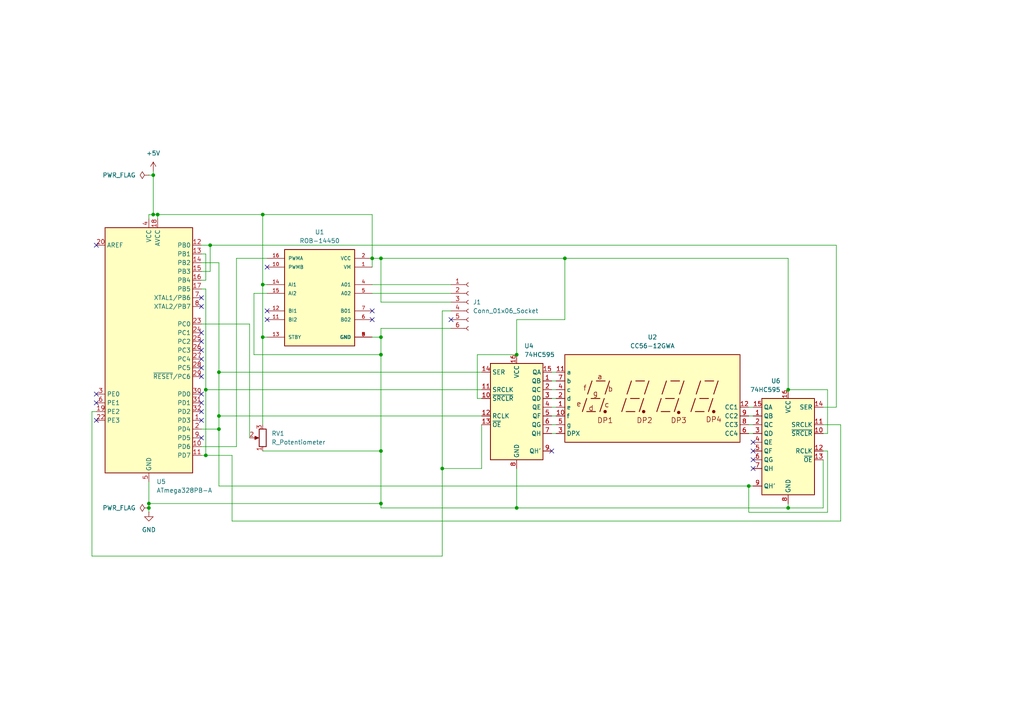
<source format=kicad_sch>
(kicad_sch
	(version 20231120)
	(generator "eeschema")
	(generator_version "8.0")
	(uuid "727d982a-c082-4658-a998-b74c337fbaff")
	(paper "A4")
	(lib_symbols
		(symbol "74xx:74HC595"
			(exclude_from_sim no)
			(in_bom yes)
			(on_board yes)
			(property "Reference" "U"
				(at -7.62 13.97 0)
				(effects
					(font
						(size 1.27 1.27)
					)
				)
			)
			(property "Value" "74HC595"
				(at -7.62 -16.51 0)
				(effects
					(font
						(size 1.27 1.27)
					)
				)
			)
			(property "Footprint" ""
				(at 0 0 0)
				(effects
					(font
						(size 1.27 1.27)
					)
					(hide yes)
				)
			)
			(property "Datasheet" "http://www.ti.com/lit/ds/symlink/sn74hc595.pdf"
				(at 0 0 0)
				(effects
					(font
						(size 1.27 1.27)
					)
					(hide yes)
				)
			)
			(property "Description" "8-bit serial in/out Shift Register 3-State Outputs"
				(at 0 0 0)
				(effects
					(font
						(size 1.27 1.27)
					)
					(hide yes)
				)
			)
			(property "ki_keywords" "HCMOS SR 3State"
				(at 0 0 0)
				(effects
					(font
						(size 1.27 1.27)
					)
					(hide yes)
				)
			)
			(property "ki_fp_filters" "DIP*W7.62mm* SOIC*3.9x9.9mm*P1.27mm* TSSOP*4.4x5mm*P0.65mm* SOIC*5.3x10.2mm*P1.27mm* SOIC*7.5x10.3mm*P1.27mm*"
				(at 0 0 0)
				(effects
					(font
						(size 1.27 1.27)
					)
					(hide yes)
				)
			)
			(symbol "74HC595_1_0"
				(pin tri_state line
					(at 10.16 7.62 180)
					(length 2.54)
					(name "QB"
						(effects
							(font
								(size 1.27 1.27)
							)
						)
					)
					(number "1"
						(effects
							(font
								(size 1.27 1.27)
							)
						)
					)
				)
				(pin input line
					(at -10.16 2.54 0)
					(length 2.54)
					(name "~{SRCLR}"
						(effects
							(font
								(size 1.27 1.27)
							)
						)
					)
					(number "10"
						(effects
							(font
								(size 1.27 1.27)
							)
						)
					)
				)
				(pin input line
					(at -10.16 5.08 0)
					(length 2.54)
					(name "SRCLK"
						(effects
							(font
								(size 1.27 1.27)
							)
						)
					)
					(number "11"
						(effects
							(font
								(size 1.27 1.27)
							)
						)
					)
				)
				(pin input line
					(at -10.16 -2.54 0)
					(length 2.54)
					(name "RCLK"
						(effects
							(font
								(size 1.27 1.27)
							)
						)
					)
					(number "12"
						(effects
							(font
								(size 1.27 1.27)
							)
						)
					)
				)
				(pin input line
					(at -10.16 -5.08 0)
					(length 2.54)
					(name "~{OE}"
						(effects
							(font
								(size 1.27 1.27)
							)
						)
					)
					(number "13"
						(effects
							(font
								(size 1.27 1.27)
							)
						)
					)
				)
				(pin input line
					(at -10.16 10.16 0)
					(length 2.54)
					(name "SER"
						(effects
							(font
								(size 1.27 1.27)
							)
						)
					)
					(number "14"
						(effects
							(font
								(size 1.27 1.27)
							)
						)
					)
				)
				(pin tri_state line
					(at 10.16 10.16 180)
					(length 2.54)
					(name "QA"
						(effects
							(font
								(size 1.27 1.27)
							)
						)
					)
					(number "15"
						(effects
							(font
								(size 1.27 1.27)
							)
						)
					)
				)
				(pin power_in line
					(at 0 15.24 270)
					(length 2.54)
					(name "VCC"
						(effects
							(font
								(size 1.27 1.27)
							)
						)
					)
					(number "16"
						(effects
							(font
								(size 1.27 1.27)
							)
						)
					)
				)
				(pin tri_state line
					(at 10.16 5.08 180)
					(length 2.54)
					(name "QC"
						(effects
							(font
								(size 1.27 1.27)
							)
						)
					)
					(number "2"
						(effects
							(font
								(size 1.27 1.27)
							)
						)
					)
				)
				(pin tri_state line
					(at 10.16 2.54 180)
					(length 2.54)
					(name "QD"
						(effects
							(font
								(size 1.27 1.27)
							)
						)
					)
					(number "3"
						(effects
							(font
								(size 1.27 1.27)
							)
						)
					)
				)
				(pin tri_state line
					(at 10.16 0 180)
					(length 2.54)
					(name "QE"
						(effects
							(font
								(size 1.27 1.27)
							)
						)
					)
					(number "4"
						(effects
							(font
								(size 1.27 1.27)
							)
						)
					)
				)
				(pin tri_state line
					(at 10.16 -2.54 180)
					(length 2.54)
					(name "QF"
						(effects
							(font
								(size 1.27 1.27)
							)
						)
					)
					(number "5"
						(effects
							(font
								(size 1.27 1.27)
							)
						)
					)
				)
				(pin tri_state line
					(at 10.16 -5.08 180)
					(length 2.54)
					(name "QG"
						(effects
							(font
								(size 1.27 1.27)
							)
						)
					)
					(number "6"
						(effects
							(font
								(size 1.27 1.27)
							)
						)
					)
				)
				(pin tri_state line
					(at 10.16 -7.62 180)
					(length 2.54)
					(name "QH"
						(effects
							(font
								(size 1.27 1.27)
							)
						)
					)
					(number "7"
						(effects
							(font
								(size 1.27 1.27)
							)
						)
					)
				)
				(pin power_in line
					(at 0 -17.78 90)
					(length 2.54)
					(name "GND"
						(effects
							(font
								(size 1.27 1.27)
							)
						)
					)
					(number "8"
						(effects
							(font
								(size 1.27 1.27)
							)
						)
					)
				)
				(pin output line
					(at 10.16 -12.7 180)
					(length 2.54)
					(name "QH'"
						(effects
							(font
								(size 1.27 1.27)
							)
						)
					)
					(number "9"
						(effects
							(font
								(size 1.27 1.27)
							)
						)
					)
				)
			)
			(symbol "74HC595_1_1"
				(rectangle
					(start -7.62 12.7)
					(end 7.62 -15.24)
					(stroke
						(width 0.254)
						(type default)
					)
					(fill
						(type background)
					)
				)
			)
		)
		(symbol "Connector:Conn_01x06_Socket"
			(pin_names
				(offset 1.016) hide)
			(exclude_from_sim no)
			(in_bom yes)
			(on_board yes)
			(property "Reference" "J"
				(at 0 7.62 0)
				(effects
					(font
						(size 1.27 1.27)
					)
				)
			)
			(property "Value" "Conn_01x06_Socket"
				(at 0 -10.16 0)
				(effects
					(font
						(size 1.27 1.27)
					)
				)
			)
			(property "Footprint" ""
				(at 0 0 0)
				(effects
					(font
						(size 1.27 1.27)
					)
					(hide yes)
				)
			)
			(property "Datasheet" "~"
				(at 0 0 0)
				(effects
					(font
						(size 1.27 1.27)
					)
					(hide yes)
				)
			)
			(property "Description" "Generic connector, single row, 01x06, script generated"
				(at 0 0 0)
				(effects
					(font
						(size 1.27 1.27)
					)
					(hide yes)
				)
			)
			(property "ki_locked" ""
				(at 0 0 0)
				(effects
					(font
						(size 1.27 1.27)
					)
				)
			)
			(property "ki_keywords" "connector"
				(at 0 0 0)
				(effects
					(font
						(size 1.27 1.27)
					)
					(hide yes)
				)
			)
			(property "ki_fp_filters" "Connector*:*_1x??_*"
				(at 0 0 0)
				(effects
					(font
						(size 1.27 1.27)
					)
					(hide yes)
				)
			)
			(symbol "Conn_01x06_Socket_1_1"
				(arc
					(start 0 -7.112)
					(mid -0.5058 -7.62)
					(end 0 -8.128)
					(stroke
						(width 0.1524)
						(type default)
					)
					(fill
						(type none)
					)
				)
				(arc
					(start 0 -4.572)
					(mid -0.5058 -5.08)
					(end 0 -5.588)
					(stroke
						(width 0.1524)
						(type default)
					)
					(fill
						(type none)
					)
				)
				(arc
					(start 0 -2.032)
					(mid -0.5058 -2.54)
					(end 0 -3.048)
					(stroke
						(width 0.1524)
						(type default)
					)
					(fill
						(type none)
					)
				)
				(polyline
					(pts
						(xy -1.27 -7.62) (xy -0.508 -7.62)
					)
					(stroke
						(width 0.1524)
						(type default)
					)
					(fill
						(type none)
					)
				)
				(polyline
					(pts
						(xy -1.27 -5.08) (xy -0.508 -5.08)
					)
					(stroke
						(width 0.1524)
						(type default)
					)
					(fill
						(type none)
					)
				)
				(polyline
					(pts
						(xy -1.27 -2.54) (xy -0.508 -2.54)
					)
					(stroke
						(width 0.1524)
						(type default)
					)
					(fill
						(type none)
					)
				)
				(polyline
					(pts
						(xy -1.27 0) (xy -0.508 0)
					)
					(stroke
						(width 0.1524)
						(type default)
					)
					(fill
						(type none)
					)
				)
				(polyline
					(pts
						(xy -1.27 2.54) (xy -0.508 2.54)
					)
					(stroke
						(width 0.1524)
						(type default)
					)
					(fill
						(type none)
					)
				)
				(polyline
					(pts
						(xy -1.27 5.08) (xy -0.508 5.08)
					)
					(stroke
						(width 0.1524)
						(type default)
					)
					(fill
						(type none)
					)
				)
				(arc
					(start 0 0.508)
					(mid -0.5058 0)
					(end 0 -0.508)
					(stroke
						(width 0.1524)
						(type default)
					)
					(fill
						(type none)
					)
				)
				(arc
					(start 0 3.048)
					(mid -0.5058 2.54)
					(end 0 2.032)
					(stroke
						(width 0.1524)
						(type default)
					)
					(fill
						(type none)
					)
				)
				(arc
					(start 0 5.588)
					(mid -0.5058 5.08)
					(end 0 4.572)
					(stroke
						(width 0.1524)
						(type default)
					)
					(fill
						(type none)
					)
				)
				(pin passive line
					(at -5.08 5.08 0)
					(length 3.81)
					(name "Pin_1"
						(effects
							(font
								(size 1.27 1.27)
							)
						)
					)
					(number "1"
						(effects
							(font
								(size 1.27 1.27)
							)
						)
					)
				)
				(pin passive line
					(at -5.08 2.54 0)
					(length 3.81)
					(name "Pin_2"
						(effects
							(font
								(size 1.27 1.27)
							)
						)
					)
					(number "2"
						(effects
							(font
								(size 1.27 1.27)
							)
						)
					)
				)
				(pin passive line
					(at -5.08 0 0)
					(length 3.81)
					(name "Pin_3"
						(effects
							(font
								(size 1.27 1.27)
							)
						)
					)
					(number "3"
						(effects
							(font
								(size 1.27 1.27)
							)
						)
					)
				)
				(pin passive line
					(at -5.08 -2.54 0)
					(length 3.81)
					(name "Pin_4"
						(effects
							(font
								(size 1.27 1.27)
							)
						)
					)
					(number "4"
						(effects
							(font
								(size 1.27 1.27)
							)
						)
					)
				)
				(pin passive line
					(at -5.08 -5.08 0)
					(length 3.81)
					(name "Pin_5"
						(effects
							(font
								(size 1.27 1.27)
							)
						)
					)
					(number "5"
						(effects
							(font
								(size 1.27 1.27)
							)
						)
					)
				)
				(pin passive line
					(at -5.08 -7.62 0)
					(length 3.81)
					(name "Pin_6"
						(effects
							(font
								(size 1.27 1.27)
							)
						)
					)
					(number "6"
						(effects
							(font
								(size 1.27 1.27)
							)
						)
					)
				)
			)
		)
		(symbol "Device:R_Potentiometer"
			(pin_names
				(offset 1.016) hide)
			(exclude_from_sim no)
			(in_bom yes)
			(on_board yes)
			(property "Reference" "RV"
				(at -4.445 0 90)
				(effects
					(font
						(size 1.27 1.27)
					)
				)
			)
			(property "Value" "R_Potentiometer"
				(at -2.54 0 90)
				(effects
					(font
						(size 1.27 1.27)
					)
				)
			)
			(property "Footprint" ""
				(at 0 0 0)
				(effects
					(font
						(size 1.27 1.27)
					)
					(hide yes)
				)
			)
			(property "Datasheet" "~"
				(at 0 0 0)
				(effects
					(font
						(size 1.27 1.27)
					)
					(hide yes)
				)
			)
			(property "Description" "Potentiometer"
				(at 0 0 0)
				(effects
					(font
						(size 1.27 1.27)
					)
					(hide yes)
				)
			)
			(property "ki_keywords" "resistor variable"
				(at 0 0 0)
				(effects
					(font
						(size 1.27 1.27)
					)
					(hide yes)
				)
			)
			(property "ki_fp_filters" "Potentiometer*"
				(at 0 0 0)
				(effects
					(font
						(size 1.27 1.27)
					)
					(hide yes)
				)
			)
			(symbol "R_Potentiometer_0_1"
				(polyline
					(pts
						(xy 2.54 0) (xy 1.524 0)
					)
					(stroke
						(width 0)
						(type default)
					)
					(fill
						(type none)
					)
				)
				(polyline
					(pts
						(xy 1.143 0) (xy 2.286 0.508) (xy 2.286 -0.508) (xy 1.143 0)
					)
					(stroke
						(width 0)
						(type default)
					)
					(fill
						(type outline)
					)
				)
				(rectangle
					(start 1.016 2.54)
					(end -1.016 -2.54)
					(stroke
						(width 0.254)
						(type default)
					)
					(fill
						(type none)
					)
				)
			)
			(symbol "R_Potentiometer_1_1"
				(pin passive line
					(at 0 3.81 270)
					(length 1.27)
					(name "1"
						(effects
							(font
								(size 1.27 1.27)
							)
						)
					)
					(number "1"
						(effects
							(font
								(size 1.27 1.27)
							)
						)
					)
				)
				(pin passive line
					(at 3.81 0 180)
					(length 1.27)
					(name "2"
						(effects
							(font
								(size 1.27 1.27)
							)
						)
					)
					(number "2"
						(effects
							(font
								(size 1.27 1.27)
							)
						)
					)
				)
				(pin passive line
					(at 0 -3.81 90)
					(length 1.27)
					(name "3"
						(effects
							(font
								(size 1.27 1.27)
							)
						)
					)
					(number "3"
						(effects
							(font
								(size 1.27 1.27)
							)
						)
					)
				)
			)
		)
		(symbol "Display_Character:CC56-12GWA"
			(exclude_from_sim no)
			(in_bom yes)
			(on_board yes)
			(property "Reference" "U"
				(at -24.13 13.97 0)
				(effects
					(font
						(size 1.27 1.27)
					)
				)
			)
			(property "Value" "CC56-12GWA"
				(at 19.05 13.97 0)
				(effects
					(font
						(size 1.27 1.27)
					)
				)
			)
			(property "Footprint" "Display_7Segment:CC56-12GWA"
				(at 0 -15.24 0)
				(effects
					(font
						(size 1.27 1.27)
					)
					(hide yes)
				)
			)
			(property "Datasheet" "http://www.kingbrightusa.com/images/catalog/SPEC/CC56-12GWA.pdf"
				(at -10.922 0.762 0)
				(effects
					(font
						(size 1.27 1.27)
					)
					(hide yes)
				)
			)
			(property "Description" "4 digit 7 segment green LED, common cathode"
				(at 0 0 0)
				(effects
					(font
						(size 1.27 1.27)
					)
					(hide yes)
				)
			)
			(property "ki_keywords" "display LED 7-segment"
				(at 0 0 0)
				(effects
					(font
						(size 1.27 1.27)
					)
					(hide yes)
				)
			)
			(property "ki_fp_filters" "CC56?12GWA*"
				(at 0 0 0)
				(effects
					(font
						(size 1.27 1.27)
					)
					(hide yes)
				)
			)
			(symbol "CC56-12GWA_0_0"
				(rectangle
					(start -25.4 12.7)
					(end 25.4 -12.7)
					(stroke
						(width 0.254)
						(type default)
					)
					(fill
						(type background)
					)
				)
				(polyline
					(pts
						(xy -20.32 -3.81) (xy -19.05 0)
					)
					(stroke
						(width 0.254)
						(type default)
					)
					(fill
						(type none)
					)
				)
				(polyline
					(pts
						(xy -19.05 -3.81) (xy -16.51 -3.81)
					)
					(stroke
						(width 0.254)
						(type default)
					)
					(fill
						(type none)
					)
				)
				(polyline
					(pts
						(xy -18.796 1.27) (xy -17.526 5.08)
					)
					(stroke
						(width 0.254)
						(type default)
					)
					(fill
						(type none)
					)
				)
				(polyline
					(pts
						(xy -17.78 0) (xy -15.24 0)
					)
					(stroke
						(width 0.254)
						(type default)
					)
					(fill
						(type none)
					)
				)
				(polyline
					(pts
						(xy -16.256 5.08) (xy -13.716 5.08)
					)
					(stroke
						(width 0.254)
						(type default)
					)
					(fill
						(type none)
					)
				)
				(polyline
					(pts
						(xy -15.24 -3.81) (xy -13.97 0)
					)
					(stroke
						(width 0.254)
						(type default)
					)
					(fill
						(type none)
					)
				)
				(polyline
					(pts
						(xy -13.716 1.27) (xy -12.446 5.08)
					)
					(stroke
						(width 0.254)
						(type default)
					)
					(fill
						(type none)
					)
				)
				(polyline
					(pts
						(xy -8.89 -3.81) (xy -7.62 0)
					)
					(stroke
						(width 0.254)
						(type default)
					)
					(fill
						(type none)
					)
				)
				(polyline
					(pts
						(xy -7.62 -3.81) (xy -5.08 -3.81)
					)
					(stroke
						(width 0.254)
						(type default)
					)
					(fill
						(type none)
					)
				)
				(polyline
					(pts
						(xy -7.366 1.27) (xy -6.096 5.08)
					)
					(stroke
						(width 0.254)
						(type default)
					)
					(fill
						(type none)
					)
				)
				(polyline
					(pts
						(xy -6.35 0) (xy -3.81 0)
					)
					(stroke
						(width 0.254)
						(type default)
					)
					(fill
						(type none)
					)
				)
				(polyline
					(pts
						(xy -4.826 5.08) (xy -2.286 5.08)
					)
					(stroke
						(width 0.254)
						(type default)
					)
					(fill
						(type none)
					)
				)
				(polyline
					(pts
						(xy -3.81 -3.81) (xy -2.54 0)
					)
					(stroke
						(width 0.254)
						(type default)
					)
					(fill
						(type none)
					)
				)
				(polyline
					(pts
						(xy -2.286 1.27) (xy -1.016 5.08)
					)
					(stroke
						(width 0.254)
						(type default)
					)
					(fill
						(type none)
					)
				)
				(polyline
					(pts
						(xy 1.27 -3.81) (xy 2.54 0)
					)
					(stroke
						(width 0.254)
						(type default)
					)
					(fill
						(type none)
					)
				)
				(polyline
					(pts
						(xy 2.54 -3.81) (xy 5.08 -3.81)
					)
					(stroke
						(width 0.254)
						(type default)
					)
					(fill
						(type none)
					)
				)
				(polyline
					(pts
						(xy 2.794 1.27) (xy 4.064 5.08)
					)
					(stroke
						(width 0.254)
						(type default)
					)
					(fill
						(type none)
					)
				)
				(polyline
					(pts
						(xy 3.81 0) (xy 6.35 0)
					)
					(stroke
						(width 0.254)
						(type default)
					)
					(fill
						(type none)
					)
				)
				(polyline
					(pts
						(xy 5.334 5.08) (xy 7.874 5.08)
					)
					(stroke
						(width 0.254)
						(type default)
					)
					(fill
						(type none)
					)
				)
				(polyline
					(pts
						(xy 6.35 -3.81) (xy 7.62 0)
					)
					(stroke
						(width 0.254)
						(type default)
					)
					(fill
						(type none)
					)
				)
				(polyline
					(pts
						(xy 7.874 1.27) (xy 9.144 5.08)
					)
					(stroke
						(width 0.254)
						(type default)
					)
					(fill
						(type none)
					)
				)
				(polyline
					(pts
						(xy 11.176 -3.81) (xy 12.446 0)
					)
					(stroke
						(width 0.254)
						(type default)
					)
					(fill
						(type none)
					)
				)
				(polyline
					(pts
						(xy 12.446 -3.81) (xy 14.986 -3.81)
					)
					(stroke
						(width 0.254)
						(type default)
					)
					(fill
						(type none)
					)
				)
				(polyline
					(pts
						(xy 12.7 1.27) (xy 13.97 5.08)
					)
					(stroke
						(width 0.254)
						(type default)
					)
					(fill
						(type none)
					)
				)
				(polyline
					(pts
						(xy 13.716 0) (xy 16.256 0)
					)
					(stroke
						(width 0.254)
						(type default)
					)
					(fill
						(type none)
					)
				)
				(polyline
					(pts
						(xy 15.24 5.08) (xy 17.78 5.08)
					)
					(stroke
						(width 0.254)
						(type default)
					)
					(fill
						(type none)
					)
				)
				(polyline
					(pts
						(xy 16.256 -3.81) (xy 17.526 0)
					)
					(stroke
						(width 0.254)
						(type default)
					)
					(fill
						(type none)
					)
				)
				(polyline
					(pts
						(xy 17.78 1.27) (xy 19.05 5.08)
					)
					(stroke
						(width 0.254)
						(type default)
					)
					(fill
						(type none)
					)
				)
				(text "a"
					(at -15.24 6.35 0)
					(effects
						(font
							(size 1.524 1.524)
						)
					)
				)
				(text "b"
					(at -12.192 2.794 0)
					(effects
						(font
							(size 1.524 1.524)
						)
					)
				)
				(text "c"
					(at -13.208 -1.778 0)
					(effects
						(font
							(size 1.524 1.524)
						)
					)
				)
				(text "d"
					(at -17.78 -2.794 0)
					(effects
						(font
							(size 1.524 1.524)
						)
					)
				)
				(text "DP1"
					(at -13.716 -6.35 0)
					(effects
						(font
							(size 1.524 1.524)
						)
					)
				)
				(text "DP2"
					(at -2.286 -6.35 0)
					(effects
						(font
							(size 1.524 1.524)
						)
					)
				)
				(text "DP3"
					(at 7.62 -6.35 0)
					(effects
						(font
							(size 1.524 1.524)
						)
					)
				)
				(text "DP4"
					(at 17.78 -6.096 0)
					(effects
						(font
							(size 1.524 1.524)
						)
					)
				)
				(text "e"
					(at -21.336 -1.524 0)
					(effects
						(font
							(size 1.524 1.524)
						)
					)
				)
				(text "f"
					(at -19.558 3.048 0)
					(effects
						(font
							(size 1.524 1.524)
						)
					)
				)
				(text "g"
					(at -16.51 1.524 0)
					(effects
						(font
							(size 1.524 1.524)
						)
					)
				)
			)
			(symbol "CC56-12GWA_0_1"
				(circle
					(center -13.716 -3.81)
					(radius 0.3556)
					(stroke
						(width 0.254)
						(type default)
					)
					(fill
						(type outline)
					)
				)
				(circle
					(center -2.54 -3.81)
					(radius 0.3556)
					(stroke
						(width 0.254)
						(type default)
					)
					(fill
						(type outline)
					)
				)
			)
			(symbol "CC56-12GWA_1_0"
				(circle
					(center 7.62 -4.064)
					(radius 0.3556)
					(stroke
						(width 0.254)
						(type default)
					)
					(fill
						(type outline)
					)
				)
				(circle
					(center 17.78 -3.81)
					(radius 0.3556)
					(stroke
						(width 0.254)
						(type default)
					)
					(fill
						(type outline)
					)
				)
			)
			(symbol "CC56-12GWA_1_1"
				(pin input line
					(at -27.94 -2.54 0)
					(length 2.54)
					(name "e"
						(effects
							(font
								(size 1.27 1.27)
							)
						)
					)
					(number "1"
						(effects
							(font
								(size 1.27 1.27)
							)
						)
					)
				)
				(pin input line
					(at -27.94 -5.08 0)
					(length 2.54)
					(name "f"
						(effects
							(font
								(size 1.27 1.27)
							)
						)
					)
					(number "10"
						(effects
							(font
								(size 1.27 1.27)
							)
						)
					)
				)
				(pin input line
					(at -27.94 7.62 0)
					(length 2.54)
					(name "a"
						(effects
							(font
								(size 1.27 1.27)
							)
						)
					)
					(number "11"
						(effects
							(font
								(size 1.27 1.27)
							)
						)
					)
				)
				(pin input line
					(at 27.94 -2.54 180)
					(length 2.54)
					(name "CC1"
						(effects
							(font
								(size 1.27 1.27)
							)
						)
					)
					(number "12"
						(effects
							(font
								(size 1.27 1.27)
							)
						)
					)
				)
				(pin input line
					(at -27.94 0 0)
					(length 2.54)
					(name "d"
						(effects
							(font
								(size 1.27 1.27)
							)
						)
					)
					(number "2"
						(effects
							(font
								(size 1.27 1.27)
							)
						)
					)
				)
				(pin input line
					(at -27.94 -10.16 0)
					(length 2.54)
					(name "DPX"
						(effects
							(font
								(size 1.27 1.27)
							)
						)
					)
					(number "3"
						(effects
							(font
								(size 1.27 1.27)
							)
						)
					)
				)
				(pin input line
					(at -27.94 2.54 0)
					(length 2.54)
					(name "c"
						(effects
							(font
								(size 1.27 1.27)
							)
						)
					)
					(number "4"
						(effects
							(font
								(size 1.27 1.27)
							)
						)
					)
				)
				(pin input line
					(at -27.94 -7.62 0)
					(length 2.54)
					(name "g"
						(effects
							(font
								(size 1.27 1.27)
							)
						)
					)
					(number "5"
						(effects
							(font
								(size 1.27 1.27)
							)
						)
					)
				)
				(pin input line
					(at 27.94 -10.16 180)
					(length 2.54)
					(name "CC4"
						(effects
							(font
								(size 1.27 1.27)
							)
						)
					)
					(number "6"
						(effects
							(font
								(size 1.27 1.27)
							)
						)
					)
				)
				(pin input line
					(at -27.94 5.08 0)
					(length 2.54)
					(name "b"
						(effects
							(font
								(size 1.27 1.27)
							)
						)
					)
					(number "7"
						(effects
							(font
								(size 1.27 1.27)
							)
						)
					)
				)
				(pin input line
					(at 27.94 -7.62 180)
					(length 2.54)
					(name "CC3"
						(effects
							(font
								(size 1.27 1.27)
							)
						)
					)
					(number "8"
						(effects
							(font
								(size 1.27 1.27)
							)
						)
					)
				)
				(pin input line
					(at 27.94 -5.08 180)
					(length 2.54)
					(name "CC2"
						(effects
							(font
								(size 1.27 1.27)
							)
						)
					)
					(number "9"
						(effects
							(font
								(size 1.27 1.27)
							)
						)
					)
				)
			)
		)
		(symbol "MCU_Microchip_ATmega:ATmega328PB-A"
			(exclude_from_sim no)
			(in_bom yes)
			(on_board yes)
			(property "Reference" "U"
				(at -12.7 36.83 0)
				(effects
					(font
						(size 1.27 1.27)
					)
					(justify left bottom)
				)
			)
			(property "Value" "ATmega328PB-A"
				(at 2.54 -36.83 0)
				(effects
					(font
						(size 1.27 1.27)
					)
					(justify left top)
				)
			)
			(property "Footprint" "Package_QFP:TQFP-32_7x7mm_P0.8mm"
				(at 0 0 0)
				(effects
					(font
						(size 1.27 1.27)
						(italic yes)
					)
					(hide yes)
				)
			)
			(property "Datasheet" "http://ww1.microchip.com/downloads/en/DeviceDoc/40001906C.pdf"
				(at 0 0 0)
				(effects
					(font
						(size 1.27 1.27)
					)
					(hide yes)
				)
			)
			(property "Description" "20MHz, 32kB Flash, 2kB SRAM, 1kB EEPROM, TQFP-32"
				(at 0 0 0)
				(effects
					(font
						(size 1.27 1.27)
					)
					(hide yes)
				)
			)
			(property "ki_keywords" "AVR 8bit Microcontroller MegaAVR"
				(at 0 0 0)
				(effects
					(font
						(size 1.27 1.27)
					)
					(hide yes)
				)
			)
			(property "ki_fp_filters" "TQFP*7x7mm*P0.8mm*"
				(at 0 0 0)
				(effects
					(font
						(size 1.27 1.27)
					)
					(hide yes)
				)
			)
			(symbol "ATmega328PB-A_0_1"
				(rectangle
					(start -12.7 -35.56)
					(end 12.7 35.56)
					(stroke
						(width 0.254)
						(type default)
					)
					(fill
						(type background)
					)
				)
			)
			(symbol "ATmega328PB-A_1_1"
				(pin bidirectional line
					(at 15.24 -20.32 180)
					(length 2.54)
					(name "PD3"
						(effects
							(font
								(size 1.27 1.27)
							)
						)
					)
					(number "1"
						(effects
							(font
								(size 1.27 1.27)
							)
						)
					)
				)
				(pin bidirectional line
					(at 15.24 -27.94 180)
					(length 2.54)
					(name "PD6"
						(effects
							(font
								(size 1.27 1.27)
							)
						)
					)
					(number "10"
						(effects
							(font
								(size 1.27 1.27)
							)
						)
					)
				)
				(pin bidirectional line
					(at 15.24 -30.48 180)
					(length 2.54)
					(name "PD7"
						(effects
							(font
								(size 1.27 1.27)
							)
						)
					)
					(number "11"
						(effects
							(font
								(size 1.27 1.27)
							)
						)
					)
				)
				(pin bidirectional line
					(at 15.24 30.48 180)
					(length 2.54)
					(name "PB0"
						(effects
							(font
								(size 1.27 1.27)
							)
						)
					)
					(number "12"
						(effects
							(font
								(size 1.27 1.27)
							)
						)
					)
				)
				(pin bidirectional line
					(at 15.24 27.94 180)
					(length 2.54)
					(name "PB1"
						(effects
							(font
								(size 1.27 1.27)
							)
						)
					)
					(number "13"
						(effects
							(font
								(size 1.27 1.27)
							)
						)
					)
				)
				(pin bidirectional line
					(at 15.24 25.4 180)
					(length 2.54)
					(name "PB2"
						(effects
							(font
								(size 1.27 1.27)
							)
						)
					)
					(number "14"
						(effects
							(font
								(size 1.27 1.27)
							)
						)
					)
				)
				(pin bidirectional line
					(at 15.24 22.86 180)
					(length 2.54)
					(name "PB3"
						(effects
							(font
								(size 1.27 1.27)
							)
						)
					)
					(number "15"
						(effects
							(font
								(size 1.27 1.27)
							)
						)
					)
				)
				(pin bidirectional line
					(at 15.24 20.32 180)
					(length 2.54)
					(name "PB4"
						(effects
							(font
								(size 1.27 1.27)
							)
						)
					)
					(number "16"
						(effects
							(font
								(size 1.27 1.27)
							)
						)
					)
				)
				(pin bidirectional line
					(at 15.24 17.78 180)
					(length 2.54)
					(name "PB5"
						(effects
							(font
								(size 1.27 1.27)
							)
						)
					)
					(number "17"
						(effects
							(font
								(size 1.27 1.27)
							)
						)
					)
				)
				(pin power_in line
					(at 2.54 38.1 270)
					(length 2.54)
					(name "AVCC"
						(effects
							(font
								(size 1.27 1.27)
							)
						)
					)
					(number "18"
						(effects
							(font
								(size 1.27 1.27)
							)
						)
					)
				)
				(pin bidirectional line
					(at -15.24 -17.78 0)
					(length 2.54)
					(name "PE2"
						(effects
							(font
								(size 1.27 1.27)
							)
						)
					)
					(number "19"
						(effects
							(font
								(size 1.27 1.27)
							)
						)
					)
				)
				(pin bidirectional line
					(at 15.24 -22.86 180)
					(length 2.54)
					(name "PD4"
						(effects
							(font
								(size 1.27 1.27)
							)
						)
					)
					(number "2"
						(effects
							(font
								(size 1.27 1.27)
							)
						)
					)
				)
				(pin passive line
					(at -15.24 30.48 0)
					(length 2.54)
					(name "AREF"
						(effects
							(font
								(size 1.27 1.27)
							)
						)
					)
					(number "20"
						(effects
							(font
								(size 1.27 1.27)
							)
						)
					)
				)
				(pin passive line
					(at 0 -38.1 90)
					(length 2.54) hide
					(name "GND"
						(effects
							(font
								(size 1.27 1.27)
							)
						)
					)
					(number "21"
						(effects
							(font
								(size 1.27 1.27)
							)
						)
					)
				)
				(pin bidirectional line
					(at -15.24 -20.32 0)
					(length 2.54)
					(name "PE3"
						(effects
							(font
								(size 1.27 1.27)
							)
						)
					)
					(number "22"
						(effects
							(font
								(size 1.27 1.27)
							)
						)
					)
				)
				(pin bidirectional line
					(at 15.24 7.62 180)
					(length 2.54)
					(name "PC0"
						(effects
							(font
								(size 1.27 1.27)
							)
						)
					)
					(number "23"
						(effects
							(font
								(size 1.27 1.27)
							)
						)
					)
				)
				(pin bidirectional line
					(at 15.24 5.08 180)
					(length 2.54)
					(name "PC1"
						(effects
							(font
								(size 1.27 1.27)
							)
						)
					)
					(number "24"
						(effects
							(font
								(size 1.27 1.27)
							)
						)
					)
				)
				(pin bidirectional line
					(at 15.24 2.54 180)
					(length 2.54)
					(name "PC2"
						(effects
							(font
								(size 1.27 1.27)
							)
						)
					)
					(number "25"
						(effects
							(font
								(size 1.27 1.27)
							)
						)
					)
				)
				(pin bidirectional line
					(at 15.24 0 180)
					(length 2.54)
					(name "PC3"
						(effects
							(font
								(size 1.27 1.27)
							)
						)
					)
					(number "26"
						(effects
							(font
								(size 1.27 1.27)
							)
						)
					)
				)
				(pin bidirectional line
					(at 15.24 -2.54 180)
					(length 2.54)
					(name "PC4"
						(effects
							(font
								(size 1.27 1.27)
							)
						)
					)
					(number "27"
						(effects
							(font
								(size 1.27 1.27)
							)
						)
					)
				)
				(pin bidirectional line
					(at 15.24 -5.08 180)
					(length 2.54)
					(name "PC5"
						(effects
							(font
								(size 1.27 1.27)
							)
						)
					)
					(number "28"
						(effects
							(font
								(size 1.27 1.27)
							)
						)
					)
				)
				(pin bidirectional line
					(at 15.24 -7.62 180)
					(length 2.54)
					(name "~{RESET}/PC6"
						(effects
							(font
								(size 1.27 1.27)
							)
						)
					)
					(number "29"
						(effects
							(font
								(size 1.27 1.27)
							)
						)
					)
				)
				(pin bidirectional line
					(at -15.24 -12.7 0)
					(length 2.54)
					(name "PE0"
						(effects
							(font
								(size 1.27 1.27)
							)
						)
					)
					(number "3"
						(effects
							(font
								(size 1.27 1.27)
							)
						)
					)
				)
				(pin bidirectional line
					(at 15.24 -12.7 180)
					(length 2.54)
					(name "PD0"
						(effects
							(font
								(size 1.27 1.27)
							)
						)
					)
					(number "30"
						(effects
							(font
								(size 1.27 1.27)
							)
						)
					)
				)
				(pin bidirectional line
					(at 15.24 -15.24 180)
					(length 2.54)
					(name "PD1"
						(effects
							(font
								(size 1.27 1.27)
							)
						)
					)
					(number "31"
						(effects
							(font
								(size 1.27 1.27)
							)
						)
					)
				)
				(pin bidirectional line
					(at 15.24 -17.78 180)
					(length 2.54)
					(name "PD2"
						(effects
							(font
								(size 1.27 1.27)
							)
						)
					)
					(number "32"
						(effects
							(font
								(size 1.27 1.27)
							)
						)
					)
				)
				(pin power_in line
					(at 0 38.1 270)
					(length 2.54)
					(name "VCC"
						(effects
							(font
								(size 1.27 1.27)
							)
						)
					)
					(number "4"
						(effects
							(font
								(size 1.27 1.27)
							)
						)
					)
				)
				(pin power_in line
					(at 0 -38.1 90)
					(length 2.54)
					(name "GND"
						(effects
							(font
								(size 1.27 1.27)
							)
						)
					)
					(number "5"
						(effects
							(font
								(size 1.27 1.27)
							)
						)
					)
				)
				(pin bidirectional line
					(at -15.24 -15.24 0)
					(length 2.54)
					(name "PE1"
						(effects
							(font
								(size 1.27 1.27)
							)
						)
					)
					(number "6"
						(effects
							(font
								(size 1.27 1.27)
							)
						)
					)
				)
				(pin bidirectional line
					(at 15.24 15.24 180)
					(length 2.54)
					(name "XTAL1/PB6"
						(effects
							(font
								(size 1.27 1.27)
							)
						)
					)
					(number "7"
						(effects
							(font
								(size 1.27 1.27)
							)
						)
					)
				)
				(pin bidirectional line
					(at 15.24 12.7 180)
					(length 2.54)
					(name "XTAL2/PB7"
						(effects
							(font
								(size 1.27 1.27)
							)
						)
					)
					(number "8"
						(effects
							(font
								(size 1.27 1.27)
							)
						)
					)
				)
				(pin bidirectional line
					(at 15.24 -25.4 180)
					(length 2.54)
					(name "PD5"
						(effects
							(font
								(size 1.27 1.27)
							)
						)
					)
					(number "9"
						(effects
							(font
								(size 1.27 1.27)
							)
						)
					)
				)
			)
		)
		(symbol "ROB-14450:ROB-14450"
			(pin_names
				(offset 1.016)
			)
			(exclude_from_sim no)
			(in_bom yes)
			(on_board yes)
			(property "Reference" "U"
				(at -10.16 16.002 0)
				(effects
					(font
						(size 1.27 1.27)
					)
					(justify left bottom)
				)
			)
			(property "Value" "ROB-14450"
				(at -10.16 -15.24 0)
				(effects
					(font
						(size 1.27 1.27)
					)
					(justify left bottom)
				)
			)
			(property "Footprint" "ROB-14450:MODULE_ROB-14450"
				(at 0 0 0)
				(effects
					(font
						(size 1.27 1.27)
					)
					(justify bottom)
					(hide yes)
				)
			)
			(property "Datasheet" ""
				(at 0 0 0)
				(effects
					(font
						(size 1.27 1.27)
					)
					(hide yes)
				)
			)
			(property "Description" ""
				(at 0 0 0)
				(effects
					(font
						(size 1.27 1.27)
					)
					(hide yes)
				)
			)
			(property "DigiKey_Part_Number" "1568-1755-ND"
				(at 0 0 0)
				(effects
					(font
						(size 1.27 1.27)
					)
					(justify bottom)
					(hide yes)
				)
			)
			(property "MF" "SparkFun Electronics"
				(at 0 0 0)
				(effects
					(font
						(size 1.27 1.27)
					)
					(justify bottom)
					(hide yes)
				)
			)
			(property "Purchase-URL" "https://www.snapeda.com/api/url_track_click_mouser/?unipart_id=2656367&manufacturer=SparkFun Electronics&part_name=ROB-14450&search_term=rob-14450"
				(at 0 0 0)
				(effects
					(font
						(size 1.27 1.27)
					)
					(justify bottom)
					(hide yes)
				)
			)
			(property "Package" "None"
				(at 0 0 0)
				(effects
					(font
						(size 1.27 1.27)
					)
					(justify bottom)
					(hide yes)
				)
			)
			(property "Check_prices" "https://www.snapeda.com/parts/ROB-14450/SparkFun+Electronics/view-part/?ref=eda"
				(at 0 0 0)
				(effects
					(font
						(size 1.27 1.27)
					)
					(justify bottom)
					(hide yes)
				)
			)
			(property "STANDARD" "Manufacturer Recommendation"
				(at 0 0 0)
				(effects
					(font
						(size 1.27 1.27)
					)
					(justify bottom)
					(hide yes)
				)
			)
			(property "PARTREV" "11-13-17"
				(at 0 0 0)
				(effects
					(font
						(size 1.27 1.27)
					)
					(justify bottom)
					(hide yes)
				)
			)
			(property "SnapEDA_Link" "https://www.snapeda.com/parts/ROB-14450/SparkFun+Electronics/view-part/?ref=snap"
				(at 0 0 0)
				(effects
					(font
						(size 1.27 1.27)
					)
					(justify bottom)
					(hide yes)
				)
			)
			(property "MP" "ROB-14450"
				(at 0 0 0)
				(effects
					(font
						(size 1.27 1.27)
					)
					(justify bottom)
					(hide yes)
				)
			)
			(property "Description_1" "\nTB6612FNG Motor Controller/Driver Power Management Evaluation Board\n"
				(at 0 0 0)
				(effects
					(font
						(size 1.27 1.27)
					)
					(justify bottom)
					(hide yes)
				)
			)
			(property "MANUFACTURER" "Sparkfun Electronics"
				(at 0 0 0)
				(effects
					(font
						(size 1.27 1.27)
					)
					(justify bottom)
					(hide yes)
				)
			)
			(symbol "ROB-14450_0_0"
				(rectangle
					(start -10.16 -12.7)
					(end 10.16 15.24)
					(stroke
						(width 0.254)
						(type default)
					)
					(fill
						(type background)
					)
				)
				(pin power_in line
					(at 15.24 10.16 180)
					(length 5.08)
					(name "VM"
						(effects
							(font
								(size 1.016 1.016)
							)
						)
					)
					(number "1"
						(effects
							(font
								(size 1.016 1.016)
							)
						)
					)
				)
				(pin input line
					(at -15.24 10.16 0)
					(length 5.08)
					(name "PWMB"
						(effects
							(font
								(size 1.016 1.016)
							)
						)
					)
					(number "10"
						(effects
							(font
								(size 1.016 1.016)
							)
						)
					)
				)
				(pin input line
					(at -15.24 -5.08 0)
					(length 5.08)
					(name "BI2"
						(effects
							(font
								(size 1.016 1.016)
							)
						)
					)
					(number "11"
						(effects
							(font
								(size 1.016 1.016)
							)
						)
					)
				)
				(pin input line
					(at -15.24 -2.54 0)
					(length 5.08)
					(name "BI1"
						(effects
							(font
								(size 1.016 1.016)
							)
						)
					)
					(number "12"
						(effects
							(font
								(size 1.016 1.016)
							)
						)
					)
				)
				(pin input line
					(at -15.24 -10.16 0)
					(length 5.08)
					(name "STBY"
						(effects
							(font
								(size 1.016 1.016)
							)
						)
					)
					(number "13"
						(effects
							(font
								(size 1.016 1.016)
							)
						)
					)
				)
				(pin input line
					(at -15.24 5.08 0)
					(length 5.08)
					(name "AI1"
						(effects
							(font
								(size 1.016 1.016)
							)
						)
					)
					(number "14"
						(effects
							(font
								(size 1.016 1.016)
							)
						)
					)
				)
				(pin input line
					(at -15.24 2.54 0)
					(length 5.08)
					(name "AI2"
						(effects
							(font
								(size 1.016 1.016)
							)
						)
					)
					(number "15"
						(effects
							(font
								(size 1.016 1.016)
							)
						)
					)
				)
				(pin input line
					(at -15.24 12.7 0)
					(length 5.08)
					(name "PWMA"
						(effects
							(font
								(size 1.016 1.016)
							)
						)
					)
					(number "16"
						(effects
							(font
								(size 1.016 1.016)
							)
						)
					)
				)
				(pin power_in line
					(at 15.24 12.7 180)
					(length 5.08)
					(name "VCC"
						(effects
							(font
								(size 1.016 1.016)
							)
						)
					)
					(number "2"
						(effects
							(font
								(size 1.016 1.016)
							)
						)
					)
				)
				(pin power_in line
					(at 15.24 -10.16 180)
					(length 5.08)
					(name "GND"
						(effects
							(font
								(size 1.016 1.016)
							)
						)
					)
					(number "3"
						(effects
							(font
								(size 1.016 1.016)
							)
						)
					)
				)
				(pin output line
					(at 15.24 5.08 180)
					(length 5.08)
					(name "A01"
						(effects
							(font
								(size 1.016 1.016)
							)
						)
					)
					(number "4"
						(effects
							(font
								(size 1.016 1.016)
							)
						)
					)
				)
				(pin output line
					(at 15.24 2.54 180)
					(length 5.08)
					(name "A02"
						(effects
							(font
								(size 1.016 1.016)
							)
						)
					)
					(number "5"
						(effects
							(font
								(size 1.016 1.016)
							)
						)
					)
				)
				(pin output line
					(at 15.24 -5.08 180)
					(length 5.08)
					(name "B02"
						(effects
							(font
								(size 1.016 1.016)
							)
						)
					)
					(number "6"
						(effects
							(font
								(size 1.016 1.016)
							)
						)
					)
				)
				(pin output line
					(at 15.24 -2.54 180)
					(length 5.08)
					(name "B01"
						(effects
							(font
								(size 1.016 1.016)
							)
						)
					)
					(number "7"
						(effects
							(font
								(size 1.016 1.016)
							)
						)
					)
				)
				(pin power_in line
					(at 15.24 -10.16 180)
					(length 5.08)
					(name "GND"
						(effects
							(font
								(size 1.016 1.016)
							)
						)
					)
					(number "8"
						(effects
							(font
								(size 1.016 1.016)
							)
						)
					)
				)
				(pin power_in line
					(at 15.24 -10.16 180)
					(length 5.08)
					(name "GND"
						(effects
							(font
								(size 1.016 1.016)
							)
						)
					)
					(number "9"
						(effects
							(font
								(size 1.016 1.016)
							)
						)
					)
				)
			)
		)
		(symbol "power:+5V"
			(power)
			(pin_numbers hide)
			(pin_names
				(offset 0) hide)
			(exclude_from_sim no)
			(in_bom yes)
			(on_board yes)
			(property "Reference" "#PWR"
				(at 0 -3.81 0)
				(effects
					(font
						(size 1.27 1.27)
					)
					(hide yes)
				)
			)
			(property "Value" "+5V"
				(at 0 3.556 0)
				(effects
					(font
						(size 1.27 1.27)
					)
				)
			)
			(property "Footprint" ""
				(at 0 0 0)
				(effects
					(font
						(size 1.27 1.27)
					)
					(hide yes)
				)
			)
			(property "Datasheet" ""
				(at 0 0 0)
				(effects
					(font
						(size 1.27 1.27)
					)
					(hide yes)
				)
			)
			(property "Description" "Power symbol creates a global label with name \"+5V\""
				(at 0 0 0)
				(effects
					(font
						(size 1.27 1.27)
					)
					(hide yes)
				)
			)
			(property "ki_keywords" "global power"
				(at 0 0 0)
				(effects
					(font
						(size 1.27 1.27)
					)
					(hide yes)
				)
			)
			(symbol "+5V_0_1"
				(polyline
					(pts
						(xy -0.762 1.27) (xy 0 2.54)
					)
					(stroke
						(width 0)
						(type default)
					)
					(fill
						(type none)
					)
				)
				(polyline
					(pts
						(xy 0 0) (xy 0 2.54)
					)
					(stroke
						(width 0)
						(type default)
					)
					(fill
						(type none)
					)
				)
				(polyline
					(pts
						(xy 0 2.54) (xy 0.762 1.27)
					)
					(stroke
						(width 0)
						(type default)
					)
					(fill
						(type none)
					)
				)
			)
			(symbol "+5V_1_1"
				(pin power_in line
					(at 0 0 90)
					(length 0)
					(name "~"
						(effects
							(font
								(size 1.27 1.27)
							)
						)
					)
					(number "1"
						(effects
							(font
								(size 1.27 1.27)
							)
						)
					)
				)
			)
		)
		(symbol "power:GND"
			(power)
			(pin_numbers hide)
			(pin_names
				(offset 0) hide)
			(exclude_from_sim no)
			(in_bom yes)
			(on_board yes)
			(property "Reference" "#PWR"
				(at 0 -6.35 0)
				(effects
					(font
						(size 1.27 1.27)
					)
					(hide yes)
				)
			)
			(property "Value" "GND"
				(at 0 -3.81 0)
				(effects
					(font
						(size 1.27 1.27)
					)
				)
			)
			(property "Footprint" ""
				(at 0 0 0)
				(effects
					(font
						(size 1.27 1.27)
					)
					(hide yes)
				)
			)
			(property "Datasheet" ""
				(at 0 0 0)
				(effects
					(font
						(size 1.27 1.27)
					)
					(hide yes)
				)
			)
			(property "Description" "Power symbol creates a global label with name \"GND\" , ground"
				(at 0 0 0)
				(effects
					(font
						(size 1.27 1.27)
					)
					(hide yes)
				)
			)
			(property "ki_keywords" "global power"
				(at 0 0 0)
				(effects
					(font
						(size 1.27 1.27)
					)
					(hide yes)
				)
			)
			(symbol "GND_0_1"
				(polyline
					(pts
						(xy 0 0) (xy 0 -1.27) (xy 1.27 -1.27) (xy 0 -2.54) (xy -1.27 -1.27) (xy 0 -1.27)
					)
					(stroke
						(width 0)
						(type default)
					)
					(fill
						(type none)
					)
				)
			)
			(symbol "GND_1_1"
				(pin power_in line
					(at 0 0 270)
					(length 0)
					(name "~"
						(effects
							(font
								(size 1.27 1.27)
							)
						)
					)
					(number "1"
						(effects
							(font
								(size 1.27 1.27)
							)
						)
					)
				)
			)
		)
		(symbol "power:PWR_FLAG"
			(power)
			(pin_numbers hide)
			(pin_names
				(offset 0) hide)
			(exclude_from_sim no)
			(in_bom yes)
			(on_board yes)
			(property "Reference" "#FLG"
				(at 0 1.905 0)
				(effects
					(font
						(size 1.27 1.27)
					)
					(hide yes)
				)
			)
			(property "Value" "PWR_FLAG"
				(at 0 3.81 0)
				(effects
					(font
						(size 1.27 1.27)
					)
				)
			)
			(property "Footprint" ""
				(at 0 0 0)
				(effects
					(font
						(size 1.27 1.27)
					)
					(hide yes)
				)
			)
			(property "Datasheet" "~"
				(at 0 0 0)
				(effects
					(font
						(size 1.27 1.27)
					)
					(hide yes)
				)
			)
			(property "Description" "Special symbol for telling ERC where power comes from"
				(at 0 0 0)
				(effects
					(font
						(size 1.27 1.27)
					)
					(hide yes)
				)
			)
			(property "ki_keywords" "flag power"
				(at 0 0 0)
				(effects
					(font
						(size 1.27 1.27)
					)
					(hide yes)
				)
			)
			(symbol "PWR_FLAG_0_0"
				(pin power_out line
					(at 0 0 90)
					(length 0)
					(name "~"
						(effects
							(font
								(size 1.27 1.27)
							)
						)
					)
					(number "1"
						(effects
							(font
								(size 1.27 1.27)
							)
						)
					)
				)
			)
			(symbol "PWR_FLAG_0_1"
				(polyline
					(pts
						(xy 0 0) (xy 0 1.27) (xy -1.016 1.905) (xy 0 2.54) (xy 1.016 1.905) (xy 0 1.27)
					)
					(stroke
						(width 0)
						(type default)
					)
					(fill
						(type none)
					)
				)
			)
		)
	)
	(junction
		(at 217.17 140.97)
		(diameter 0)
		(color 0 0 0 0)
		(uuid "0043cdfb-8759-41e9-963a-8513a8063260")
	)
	(junction
		(at 110.49 74.93)
		(diameter 0)
		(color 0 0 0 0)
		(uuid "0486a10c-4cf9-49c4-baff-c22dfd62386a")
	)
	(junction
		(at 149.86 102.87)
		(diameter 0)
		(color 0 0 0 0)
		(uuid "07b126e3-f021-4d67-8b40-5857064a7fd1")
	)
	(junction
		(at 60.96 71.12)
		(diameter 0)
		(color 0 0 0 0)
		(uuid "0a454b6f-7e49-48ff-95f2-c774038b90ea")
	)
	(junction
		(at 128.27 135.89)
		(diameter 0)
		(color 0 0 0 0)
		(uuid "0b25de1d-ef85-4192-933a-e862431be02a")
	)
	(junction
		(at 76.2 62.23)
		(diameter 0)
		(color 0 0 0 0)
		(uuid "0d92d151-a88a-4fde-92a8-a55694a81afb")
	)
	(junction
		(at 59.69 132.08)
		(diameter 0)
		(color 0 0 0 0)
		(uuid "0f9fceeb-44f8-471d-90a0-e7f9fc6923a7")
	)
	(junction
		(at 63.5 124.46)
		(diameter 0)
		(color 0 0 0 0)
		(uuid "1aad1ca8-83a4-49d5-8262-d84a2f1353f0")
	)
	(junction
		(at 44.45 62.23)
		(diameter 0)
		(color 0 0 0 0)
		(uuid "2462d46c-ff3b-4000-9647-ab7e1d49f8d1")
	)
	(junction
		(at 163.83 74.93)
		(diameter 0)
		(color 0 0 0 0)
		(uuid "26248777-b44b-4a92-95ee-c5b12188c5d2")
	)
	(junction
		(at 76.2 82.55)
		(diameter 0)
		(color 0 0 0 0)
		(uuid "291f7322-a634-43e4-a493-0e8a2044fe72")
	)
	(junction
		(at 63.5 120.65)
		(diameter 0)
		(color 0 0 0 0)
		(uuid "2f16eb34-5e52-47ef-994e-7bac965a64bf")
	)
	(junction
		(at 110.49 130.81)
		(diameter 0)
		(color 0 0 0 0)
		(uuid "365973a9-6ed6-4f46-bbd9-be26be34d11a")
	)
	(junction
		(at 149.86 147.32)
		(diameter 0)
		(color 0 0 0 0)
		(uuid "5db91119-917d-4a68-9d83-5614f76c2f38")
	)
	(junction
		(at 59.69 113.03)
		(diameter 0)
		(color 0 0 0 0)
		(uuid "672819ef-ed8b-4e30-a12e-77613f4591da")
	)
	(junction
		(at 107.95 74.93)
		(diameter 0)
		(color 0 0 0 0)
		(uuid "87fab326-2796-4f7d-925f-22e97fe60c91")
	)
	(junction
		(at 110.49 146.05)
		(diameter 0)
		(color 0 0 0 0)
		(uuid "8c36db68-96cc-4cab-b417-eebbe87b4120")
	)
	(junction
		(at 110.49 102.87)
		(diameter 0)
		(color 0 0 0 0)
		(uuid "91db80d5-6763-46bb-ae4f-ef8e01f488e5")
	)
	(junction
		(at 44.45 50.8)
		(diameter 0)
		(color 0 0 0 0)
		(uuid "9c8b18cd-9b83-451a-8830-852364ac1278")
	)
	(junction
		(at 43.18 146.05)
		(diameter 0)
		(color 0 0 0 0)
		(uuid "a2e59912-ef69-41d8-b81a-a4512ee074b1")
	)
	(junction
		(at 45.72 62.23)
		(diameter 0)
		(color 0 0 0 0)
		(uuid "a9846e88-beea-46c6-96e5-bd04bdc61dca")
	)
	(junction
		(at 110.49 97.79)
		(diameter 0)
		(color 0 0 0 0)
		(uuid "b7639efa-7e84-4304-92b4-9021030322c7")
	)
	(junction
		(at 228.6 147.32)
		(diameter 0)
		(color 0 0 0 0)
		(uuid "b8c69976-af57-4a6c-b781-ae57d098f5e7")
	)
	(junction
		(at 43.18 147.32)
		(diameter 0)
		(color 0 0 0 0)
		(uuid "c9d93a7e-0c83-4904-a210-ff2bd941fdb2")
	)
	(junction
		(at 228.6 113.03)
		(diameter 0)
		(color 0 0 0 0)
		(uuid "d82049a9-80a2-46b6-aa3c-ee9a4f26c0f0")
	)
	(junction
		(at 76.2 97.79)
		(diameter 0)
		(color 0 0 0 0)
		(uuid "dfe16132-91b6-4963-8169-f7cbdd844aab")
	)
	(junction
		(at 63.5 107.95)
		(diameter 0)
		(color 0 0 0 0)
		(uuid "f6b31deb-7a9f-46cd-986e-95aa8476a04d")
	)
	(no_connect
		(at 77.47 77.47)
		(uuid "04e68dc3-a348-471d-b2a0-bda6096385e1")
	)
	(no_connect
		(at 27.94 121.92)
		(uuid "0ae9a9e6-d8c3-42b3-a511-8e10b0e1b720")
	)
	(no_connect
		(at 58.42 116.84)
		(uuid "0c3a5041-fe57-4ef1-a57a-6036b33310ee")
	)
	(no_connect
		(at 58.42 109.22)
		(uuid "0ed1281e-8f61-449d-93be-588cd5a80b68")
	)
	(no_connect
		(at 130.81 92.71)
		(uuid "24ead13e-0898-402e-b087-d19238e5883c")
	)
	(no_connect
		(at 58.42 106.68)
		(uuid "2532df34-931d-41da-8832-0e8c94ae706d")
	)
	(no_connect
		(at 58.42 114.3)
		(uuid "2fe5db33-39ee-4188-89fb-7ca8868916f9")
	)
	(no_connect
		(at 58.42 101.6)
		(uuid "4e1c9bb9-177f-4a4f-95b2-1308e89f0f5c")
	)
	(no_connect
		(at 107.95 92.71)
		(uuid "4fa8bf63-ab85-478f-a957-213b78892066")
	)
	(no_connect
		(at 58.42 121.92)
		(uuid "53b4f0fb-c244-421b-b6c1-ffed04969b75")
	)
	(no_connect
		(at 58.42 99.06)
		(uuid "5dc0f26e-434c-4b92-bf47-759942b3545f")
	)
	(no_connect
		(at 27.94 71.12)
		(uuid "63702ea6-85b1-4056-ad5f-6dad6889eecb")
	)
	(no_connect
		(at 58.42 96.52)
		(uuid "694e217a-24a9-45aa-8253-980b17102239")
	)
	(no_connect
		(at 27.94 116.84)
		(uuid "6d13e943-ee7c-4019-94ee-900d8cb31f1d")
	)
	(no_connect
		(at 107.95 90.17)
		(uuid "70e59ebc-ecae-4fae-8230-c9384147e106")
	)
	(no_connect
		(at 160.02 130.81)
		(uuid "8c4a521e-6d88-4cb2-8ed4-83d6516b7a86")
	)
	(no_connect
		(at 218.44 128.27)
		(uuid "9c28743d-6130-489f-a863-33cf6603eaa0")
	)
	(no_connect
		(at 58.42 127)
		(uuid "9e137c25-df09-4b95-9b46-9691f0ec84c3")
	)
	(no_connect
		(at 218.44 133.35)
		(uuid "a33bb6ef-378e-4aa4-9faa-d820bbc8459b")
	)
	(no_connect
		(at 218.44 130.81)
		(uuid "a4c6cf2e-9ea2-4295-8cfd-ac14d5812893")
	)
	(no_connect
		(at 58.42 88.9)
		(uuid "bb451c58-2c23-4585-ae1c-92e8b4f98b2f")
	)
	(no_connect
		(at 218.44 135.89)
		(uuid "c0031517-4ec0-4e8d-ab7a-eb2478270718")
	)
	(no_connect
		(at 27.94 114.3)
		(uuid "c70261e8-d349-42f9-84f9-c76a16fe2989")
	)
	(no_connect
		(at 58.42 119.38)
		(uuid "ca4252f6-8fb2-426a-b938-623e5601ff1d")
	)
	(no_connect
		(at 77.47 92.71)
		(uuid "e0d77ec3-cd07-4a6b-8ed7-605a15331f32")
	)
	(no_connect
		(at 58.42 86.36)
		(uuid "e2745b87-5e19-429b-861a-66fd71e8ae4e")
	)
	(no_connect
		(at 77.47 90.17)
		(uuid "e587352d-a611-4eca-a380-cecda81b03cf")
	)
	(no_connect
		(at 58.42 104.14)
		(uuid "e746c868-7d5e-4abe-a43b-31f882fb75b4")
	)
	(wire
		(pts
			(xy 238.76 147.32) (xy 228.6 147.32)
		)
		(stroke
			(width 0)
			(type default)
		)
		(uuid "010a5dbb-ac16-4a7a-a0c5-80727a7fd928")
	)
	(wire
		(pts
			(xy 217.17 140.97) (xy 63.5 140.97)
		)
		(stroke
			(width 0)
			(type default)
		)
		(uuid "01934f42-5cdc-45e2-a9df-152450a8a823")
	)
	(wire
		(pts
			(xy 160.02 113.03) (xy 161.29 113.03)
		)
		(stroke
			(width 0)
			(type default)
		)
		(uuid "05985611-eca1-44d2-af3c-a05bb47acee6")
	)
	(wire
		(pts
			(xy 240.03 148.59) (xy 217.17 148.59)
		)
		(stroke
			(width 0)
			(type default)
		)
		(uuid "07ae12d8-8529-4d37-be18-b13e4436ccc3")
	)
	(wire
		(pts
			(xy 149.86 102.87) (xy 149.86 92.71)
		)
		(stroke
			(width 0)
			(type default)
		)
		(uuid "08c1679c-0e54-4b32-ae94-3aece94ffad7")
	)
	(wire
		(pts
			(xy 43.18 63.5) (xy 43.18 62.23)
		)
		(stroke
			(width 0)
			(type default)
		)
		(uuid "08d08dbf-7f02-4b6f-8fd9-c1738e5b65b3")
	)
	(wire
		(pts
			(xy 58.42 83.82) (xy 59.69 83.82)
		)
		(stroke
			(width 0)
			(type default)
		)
		(uuid "08d33777-edaf-4426-b87f-49047bc07448")
	)
	(wire
		(pts
			(xy 110.49 102.87) (xy 110.49 130.81)
		)
		(stroke
			(width 0)
			(type default)
		)
		(uuid "0f0870df-61a5-4f5e-a592-828a65f8f477")
	)
	(wire
		(pts
			(xy 67.31 151.13) (xy 67.31 132.08)
		)
		(stroke
			(width 0)
			(type default)
		)
		(uuid "13309573-fc47-4cfc-b335-c0c10972326d")
	)
	(wire
		(pts
			(xy 44.45 50.8) (xy 44.45 62.23)
		)
		(stroke
			(width 0)
			(type default)
		)
		(uuid "164e4481-3c04-4f1e-af32-e4ceeba35b45")
	)
	(wire
		(pts
			(xy 110.49 95.25) (xy 110.49 97.79)
		)
		(stroke
			(width 0)
			(type default)
		)
		(uuid "1800ba96-a2a7-41e6-9a9c-17894a7461b4")
	)
	(wire
		(pts
			(xy 217.17 120.65) (xy 218.44 120.65)
		)
		(stroke
			(width 0)
			(type default)
		)
		(uuid "18abac79-7395-482c-8e69-c8181fa7b2bf")
	)
	(wire
		(pts
			(xy 58.42 129.54) (xy 68.58 129.54)
		)
		(stroke
			(width 0)
			(type default)
		)
		(uuid "1930ca37-084a-4e7e-a249-5edd468f6cf9")
	)
	(wire
		(pts
			(xy 77.47 85.09) (xy 73.66 85.09)
		)
		(stroke
			(width 0)
			(type default)
		)
		(uuid "1c6a02f5-3049-40e6-b4a8-4139b5076d8c")
	)
	(wire
		(pts
			(xy 128.27 135.89) (xy 139.7 135.89)
		)
		(stroke
			(width 0)
			(type default)
		)
		(uuid "1d56c223-9c68-4ddd-97fc-bebfed33295b")
	)
	(wire
		(pts
			(xy 107.95 74.93) (xy 107.95 77.47)
		)
		(stroke
			(width 0)
			(type default)
		)
		(uuid "200e0cb0-d4ed-42e6-9d94-4392958399d1")
	)
	(wire
		(pts
			(xy 107.95 97.79) (xy 110.49 97.79)
		)
		(stroke
			(width 0)
			(type default)
		)
		(uuid "243fe01f-3bc6-4cf4-a059-e991544e6919")
	)
	(wire
		(pts
			(xy 160.02 115.57) (xy 161.29 115.57)
		)
		(stroke
			(width 0)
			(type default)
		)
		(uuid "2c5eefc2-fbe7-4057-8907-f27dbf275e58")
	)
	(wire
		(pts
			(xy 43.18 62.23) (xy 44.45 62.23)
		)
		(stroke
			(width 0)
			(type default)
		)
		(uuid "3151b564-ffd4-4cef-94c5-56fdabca12b5")
	)
	(wire
		(pts
			(xy 76.2 97.79) (xy 76.2 82.55)
		)
		(stroke
			(width 0)
			(type default)
		)
		(uuid "33a66c3b-f725-41b6-b54e-33031641f6b6")
	)
	(wire
		(pts
			(xy 43.18 146.05) (xy 110.49 146.05)
		)
		(stroke
			(width 0)
			(type default)
		)
		(uuid "33d57147-371e-4094-bb95-fd1df8dc848b")
	)
	(wire
		(pts
			(xy 238.76 125.73) (xy 240.03 125.73)
		)
		(stroke
			(width 0)
			(type default)
		)
		(uuid "34c3c376-a81a-486c-b044-b9410bc2a474")
	)
	(wire
		(pts
			(xy 217.17 118.11) (xy 218.44 118.11)
		)
		(stroke
			(width 0)
			(type default)
		)
		(uuid "3d96794a-438a-4231-a88e-06956aeecc82")
	)
	(wire
		(pts
			(xy 110.49 74.93) (xy 107.95 74.93)
		)
		(stroke
			(width 0)
			(type default)
		)
		(uuid "3db713a1-eed0-4086-a12a-786b5c246059")
	)
	(wire
		(pts
			(xy 43.18 146.05) (xy 43.18 147.32)
		)
		(stroke
			(width 0)
			(type default)
		)
		(uuid "412147fd-424f-4123-9c2d-3c845fa2433e")
	)
	(wire
		(pts
			(xy 63.5 76.2) (xy 63.5 107.95)
		)
		(stroke
			(width 0)
			(type default)
		)
		(uuid "4747c040-b861-4f56-b51c-66fdff8f13f9")
	)
	(wire
		(pts
			(xy 76.2 130.81) (xy 110.49 130.81)
		)
		(stroke
			(width 0)
			(type default)
		)
		(uuid "48ed0122-f4fc-47b9-8fac-4096502d1c7e")
	)
	(wire
		(pts
			(xy 107.95 62.23) (xy 76.2 62.23)
		)
		(stroke
			(width 0)
			(type default)
		)
		(uuid "4a738555-3d1a-49f3-a1c9-7f43e89b441a")
	)
	(wire
		(pts
			(xy 130.81 95.25) (xy 110.49 95.25)
		)
		(stroke
			(width 0)
			(type default)
		)
		(uuid "4a7b1bd1-b5c7-406b-8ecd-972f125bb40d")
	)
	(wire
		(pts
			(xy 110.49 147.32) (xy 110.49 146.05)
		)
		(stroke
			(width 0)
			(type default)
		)
		(uuid "4c92b8db-034c-48e6-8e18-4bc2ff2aac7d")
	)
	(wire
		(pts
			(xy 60.96 78.74) (xy 60.96 71.12)
		)
		(stroke
			(width 0)
			(type default)
		)
		(uuid "4cd7da3c-c1bc-47d6-9115-bd48ee3405ae")
	)
	(wire
		(pts
			(xy 26.67 119.38) (xy 26.67 161.29)
		)
		(stroke
			(width 0)
			(type default)
		)
		(uuid "4e371895-2e65-47c6-83c9-1fbd7a9c2e27")
	)
	(wire
		(pts
			(xy 217.17 148.59) (xy 217.17 140.97)
		)
		(stroke
			(width 0)
			(type default)
		)
		(uuid "516df088-e4b9-4cbf-9ed3-7d5608e070b6")
	)
	(wire
		(pts
			(xy 217.17 123.19) (xy 218.44 123.19)
		)
		(stroke
			(width 0)
			(type default)
		)
		(uuid "557ec0e4-b70c-48fe-9428-255dc1dbf3ae")
	)
	(wire
		(pts
			(xy 240.03 130.81) (xy 240.03 148.59)
		)
		(stroke
			(width 0)
			(type default)
		)
		(uuid "5845fc26-1565-4a55-ada1-263fc824a649")
	)
	(wire
		(pts
			(xy 58.42 78.74) (xy 60.96 78.74)
		)
		(stroke
			(width 0)
			(type default)
		)
		(uuid "585d1d11-a4d3-4bab-b35b-b9049be0a361")
	)
	(wire
		(pts
			(xy 63.5 120.65) (xy 139.7 120.65)
		)
		(stroke
			(width 0)
			(type default)
		)
		(uuid "5b60c477-0aae-49c4-a1be-a630028bc29e")
	)
	(wire
		(pts
			(xy 149.86 147.32) (xy 110.49 147.32)
		)
		(stroke
			(width 0)
			(type default)
		)
		(uuid "65d50777-de9f-4199-8876-1cf2a201886a")
	)
	(wire
		(pts
			(xy 67.31 132.08) (xy 59.69 132.08)
		)
		(stroke
			(width 0)
			(type default)
		)
		(uuid "6a18711a-aece-46c1-9e28-599a913937c0")
	)
	(wire
		(pts
			(xy 160.02 120.65) (xy 161.29 120.65)
		)
		(stroke
			(width 0)
			(type default)
		)
		(uuid "6c57ee11-81b4-4f3c-9944-31ebd21d52cb")
	)
	(wire
		(pts
			(xy 43.18 50.8) (xy 44.45 50.8)
		)
		(stroke
			(width 0)
			(type default)
		)
		(uuid "72cfadd3-df56-431f-bb66-d19f0c93a62b")
	)
	(wire
		(pts
			(xy 160.02 107.95) (xy 161.29 107.95)
		)
		(stroke
			(width 0)
			(type default)
		)
		(uuid "73545d7e-0ffa-471f-a0a2-aa50ad2fe29f")
	)
	(wire
		(pts
			(xy 68.58 74.93) (xy 77.47 74.93)
		)
		(stroke
			(width 0)
			(type default)
		)
		(uuid "74095970-a8b8-48bf-9d48-7d514bfe79c6")
	)
	(wire
		(pts
			(xy 60.96 71.12) (xy 58.42 71.12)
		)
		(stroke
			(width 0)
			(type default)
		)
		(uuid "7c1694d5-797a-45d1-9559-f1e59ec0c5e3")
	)
	(wire
		(pts
			(xy 76.2 62.23) (xy 45.72 62.23)
		)
		(stroke
			(width 0)
			(type default)
		)
		(uuid "7d37aa70-7987-4d2a-9632-feada593c0af")
	)
	(wire
		(pts
			(xy 43.18 139.7) (xy 43.18 146.05)
		)
		(stroke
			(width 0)
			(type default)
		)
		(uuid "7ddc127a-6124-4b16-b8be-0283459d4ca6")
	)
	(wire
		(pts
			(xy 73.66 102.87) (xy 110.49 102.87)
		)
		(stroke
			(width 0)
			(type default)
		)
		(uuid "7f4ae01d-a4db-48a2-a8b2-f1ddb2042aff")
	)
	(wire
		(pts
			(xy 110.49 87.63) (xy 110.49 74.93)
		)
		(stroke
			(width 0)
			(type default)
		)
		(uuid "7f64e5bd-b2b8-4eca-8eb3-a71c18a49060")
	)
	(wire
		(pts
			(xy 139.7 115.57) (xy 138.43 115.57)
		)
		(stroke
			(width 0)
			(type default)
		)
		(uuid "80358fa2-8df3-48d4-9c4f-1528e8a29a04")
	)
	(wire
		(pts
			(xy 63.5 124.46) (xy 58.42 124.46)
		)
		(stroke
			(width 0)
			(type default)
		)
		(uuid "8231a593-cc1d-460e-8f84-c40dc2c9eb4d")
	)
	(wire
		(pts
			(xy 107.95 74.93) (xy 107.95 62.23)
		)
		(stroke
			(width 0)
			(type default)
		)
		(uuid "8a9fd784-6965-4b8c-a4f0-2ce05908600c")
	)
	(wire
		(pts
			(xy 59.69 113.03) (xy 139.7 113.03)
		)
		(stroke
			(width 0)
			(type default)
		)
		(uuid "8bced699-109f-453c-bd7b-7cd2c85f1d27")
	)
	(wire
		(pts
			(xy 160.02 123.19) (xy 161.29 123.19)
		)
		(stroke
			(width 0)
			(type default)
		)
		(uuid "8c67b7bc-1fd5-48b9-a12f-0d4610fae059")
	)
	(wire
		(pts
			(xy 128.27 90.17) (xy 130.81 90.17)
		)
		(stroke
			(width 0)
			(type default)
		)
		(uuid "8e57a5a3-8384-4ef3-824a-7109c1e0bb0b")
	)
	(wire
		(pts
			(xy 63.5 120.65) (xy 63.5 124.46)
		)
		(stroke
			(width 0)
			(type default)
		)
		(uuid "8f59b647-4d64-4685-8254-b82dee5e413e")
	)
	(wire
		(pts
			(xy 160.02 118.11) (xy 161.29 118.11)
		)
		(stroke
			(width 0)
			(type default)
		)
		(uuid "8f959912-fd10-4030-9b30-5060162405ec")
	)
	(wire
		(pts
			(xy 58.42 81.28) (xy 59.69 81.28)
		)
		(stroke
			(width 0)
			(type default)
		)
		(uuid "9085646e-b3bd-461e-9dd7-a52155128f16")
	)
	(wire
		(pts
			(xy 76.2 97.79) (xy 76.2 123.19)
		)
		(stroke
			(width 0)
			(type default)
		)
		(uuid "90918fb5-feb4-4a0d-b7e1-5fae0a923fe6")
	)
	(wire
		(pts
			(xy 63.5 140.97) (xy 63.5 124.46)
		)
		(stroke
			(width 0)
			(type default)
		)
		(uuid "9266a32c-07e7-4125-8216-d227885b6b85")
	)
	(wire
		(pts
			(xy 238.76 123.19) (xy 243.84 123.19)
		)
		(stroke
			(width 0)
			(type default)
		)
		(uuid "93fec732-39fb-4040-ab3e-84c3afb5e83e")
	)
	(wire
		(pts
			(xy 240.03 113.03) (xy 228.6 113.03)
		)
		(stroke
			(width 0)
			(type default)
		)
		(uuid "99335610-3758-42a7-9150-c3f74b149d60")
	)
	(wire
		(pts
			(xy 238.76 118.11) (xy 242.57 118.11)
		)
		(stroke
			(width 0)
			(type default)
		)
		(uuid "9a4e1a3f-801b-4434-b1d8-80832e05c50a")
	)
	(wire
		(pts
			(xy 76.2 82.55) (xy 77.47 82.55)
		)
		(stroke
			(width 0)
			(type default)
		)
		(uuid "9a4f09b7-5cfb-4e37-ab17-fb2cb8abe971")
	)
	(wire
		(pts
			(xy 139.7 123.19) (xy 139.7 135.89)
		)
		(stroke
			(width 0)
			(type default)
		)
		(uuid "9b7a36a8-3bc0-4d86-8d81-02baa7b48491")
	)
	(wire
		(pts
			(xy 59.69 81.28) (xy 59.69 73.66)
		)
		(stroke
			(width 0)
			(type default)
		)
		(uuid "9d17aa30-0c3e-4b63-92f8-dfa90112c9ca")
	)
	(wire
		(pts
			(xy 160.02 110.49) (xy 161.29 110.49)
		)
		(stroke
			(width 0)
			(type default)
		)
		(uuid "9dcf7445-9c62-4744-b46a-2d7bafd1888d")
	)
	(wire
		(pts
			(xy 243.84 123.19) (xy 243.84 151.13)
		)
		(stroke
			(width 0)
			(type default)
		)
		(uuid "9f1cd7ce-ea89-4900-80ed-9e3b83f75013")
	)
	(wire
		(pts
			(xy 27.94 119.38) (xy 26.67 119.38)
		)
		(stroke
			(width 0)
			(type default)
		)
		(uuid "a1562759-1426-4740-b57c-c4b9bcb7a011")
	)
	(wire
		(pts
			(xy 218.44 140.97) (xy 217.17 140.97)
		)
		(stroke
			(width 0)
			(type default)
		)
		(uuid "a15e4462-ef1e-4739-b2bb-931ce637ff59")
	)
	(wire
		(pts
			(xy 77.47 97.79) (xy 76.2 97.79)
		)
		(stroke
			(width 0)
			(type default)
		)
		(uuid "a4114f40-ad25-4ec3-8e25-d76d9e117784")
	)
	(wire
		(pts
			(xy 242.57 118.11) (xy 242.57 71.12)
		)
		(stroke
			(width 0)
			(type default)
		)
		(uuid "ad3810d6-8088-4df6-ba56-452da92e1837")
	)
	(wire
		(pts
			(xy 45.72 63.5) (xy 45.72 62.23)
		)
		(stroke
			(width 0)
			(type default)
		)
		(uuid "adf373e8-be4d-4fa0-81c0-c8fe5626fedc")
	)
	(wire
		(pts
			(xy 128.27 135.89) (xy 128.27 90.17)
		)
		(stroke
			(width 0)
			(type default)
		)
		(uuid "b1e90607-fae1-4e08-b29b-9609991bffd0")
	)
	(wire
		(pts
			(xy 138.43 115.57) (xy 138.43 102.87)
		)
		(stroke
			(width 0)
			(type default)
		)
		(uuid "b416ad24-e9d5-4fbc-be25-dab429133435")
	)
	(wire
		(pts
			(xy 130.81 87.63) (xy 110.49 87.63)
		)
		(stroke
			(width 0)
			(type default)
		)
		(uuid "b4603077-6be8-4bed-a3a3-d0615b23a5fb")
	)
	(wire
		(pts
			(xy 63.5 107.95) (xy 63.5 120.65)
		)
		(stroke
			(width 0)
			(type default)
		)
		(uuid "b4633ee2-56c2-4074-a7e7-5c3d6345552e")
	)
	(wire
		(pts
			(xy 238.76 130.81) (xy 240.03 130.81)
		)
		(stroke
			(width 0)
			(type default)
		)
		(uuid "b54f4d1b-af41-4b89-b2ab-6c79825176a8")
	)
	(wire
		(pts
			(xy 217.17 125.73) (xy 218.44 125.73)
		)
		(stroke
			(width 0)
			(type default)
		)
		(uuid "b569daf5-4467-4769-a926-5166a146b9ba")
	)
	(wire
		(pts
			(xy 242.57 71.12) (xy 60.96 71.12)
		)
		(stroke
			(width 0)
			(type default)
		)
		(uuid "b5daf3e2-6223-4853-85a1-e522ae6d8b07")
	)
	(wire
		(pts
			(xy 43.18 147.32) (xy 43.18 148.59)
		)
		(stroke
			(width 0)
			(type default)
		)
		(uuid "b6d90928-f763-47bc-8bbf-85d581fb7d76")
	)
	(wire
		(pts
			(xy 228.6 147.32) (xy 149.86 147.32)
		)
		(stroke
			(width 0)
			(type default)
		)
		(uuid "bbb51723-99a7-412c-b5d6-6b3b304bc65a")
	)
	(wire
		(pts
			(xy 107.95 85.09) (xy 130.81 85.09)
		)
		(stroke
			(width 0)
			(type default)
		)
		(uuid "c06795c5-b625-43d1-b4e0-d9087ad33438")
	)
	(wire
		(pts
			(xy 138.43 102.87) (xy 149.86 102.87)
		)
		(stroke
			(width 0)
			(type default)
		)
		(uuid "c7b7e792-1431-452e-8958-27b4a4d9bb1f")
	)
	(wire
		(pts
			(xy 63.5 107.95) (xy 139.7 107.95)
		)
		(stroke
			(width 0)
			(type default)
		)
		(uuid "c7c24c79-5248-4a06-ae64-7f296676b032")
	)
	(wire
		(pts
			(xy 228.6 74.93) (xy 163.83 74.93)
		)
		(stroke
			(width 0)
			(type default)
		)
		(uuid "ca2a051f-cfab-41f8-9c7a-e98a77e8853f")
	)
	(wire
		(pts
			(xy 149.86 92.71) (xy 163.83 92.71)
		)
		(stroke
			(width 0)
			(type default)
		)
		(uuid "cb78559d-1797-4a41-ab00-61c7dd7a7f4c")
	)
	(wire
		(pts
			(xy 73.66 85.09) (xy 73.66 102.87)
		)
		(stroke
			(width 0)
			(type default)
		)
		(uuid "cce2eb76-c194-4618-8f7c-cacf7b197633")
	)
	(wire
		(pts
			(xy 107.95 82.55) (xy 130.81 82.55)
		)
		(stroke
			(width 0)
			(type default)
		)
		(uuid "cf1c7bd1-6265-447c-a82c-cdf609c7d90c")
	)
	(wire
		(pts
			(xy 58.42 76.2) (xy 63.5 76.2)
		)
		(stroke
			(width 0)
			(type default)
		)
		(uuid "d12e6947-1563-4c7c-8c94-f6c56053bf87")
	)
	(wire
		(pts
			(xy 72.39 127) (xy 72.39 93.98)
		)
		(stroke
			(width 0)
			(type default)
		)
		(uuid "d2396c1d-8341-47dd-af44-753b2bd924aa")
	)
	(wire
		(pts
			(xy 163.83 92.71) (xy 163.83 74.93)
		)
		(stroke
			(width 0)
			(type default)
		)
		(uuid "d4a59be3-1f9f-4e26-b38b-760ddec32a7d")
	)
	(wire
		(pts
			(xy 149.86 135.89) (xy 149.86 147.32)
		)
		(stroke
			(width 0)
			(type default)
		)
		(uuid "d5d69a12-a706-4365-a7c0-8f3c23cea293")
	)
	(wire
		(pts
			(xy 110.49 97.79) (xy 110.49 102.87)
		)
		(stroke
			(width 0)
			(type default)
		)
		(uuid "d62c13e5-978a-47e6-adbb-8f5b9944ad7c")
	)
	(wire
		(pts
			(xy 44.45 49.53) (xy 44.45 50.8)
		)
		(stroke
			(width 0)
			(type default)
		)
		(uuid "d7ea2695-abf0-46e9-8918-0a697571444d")
	)
	(wire
		(pts
			(xy 228.6 113.03) (xy 228.6 74.93)
		)
		(stroke
			(width 0)
			(type default)
		)
		(uuid "d9ad33f3-fe78-4409-b521-047ccf05a89d")
	)
	(wire
		(pts
			(xy 243.84 151.13) (xy 67.31 151.13)
		)
		(stroke
			(width 0)
			(type default)
		)
		(uuid "dfa399a8-787f-401a-9ec2-af86046b8fb7")
	)
	(wire
		(pts
			(xy 45.72 62.23) (xy 44.45 62.23)
		)
		(stroke
			(width 0)
			(type default)
		)
		(uuid "e09b68de-286a-439b-9e4f-49066551fa6f")
	)
	(wire
		(pts
			(xy 240.03 125.73) (xy 240.03 113.03)
		)
		(stroke
			(width 0)
			(type default)
		)
		(uuid "e0ae1b27-e131-407d-a7cc-a40b40c47cf8")
	)
	(wire
		(pts
			(xy 163.83 74.93) (xy 110.49 74.93)
		)
		(stroke
			(width 0)
			(type default)
		)
		(uuid "e1bae811-39e6-4434-a6db-934a372faab5")
	)
	(wire
		(pts
			(xy 110.49 130.81) (xy 110.49 146.05)
		)
		(stroke
			(width 0)
			(type default)
		)
		(uuid "e5953950-f9cc-4676-9cc2-ca2ec3d21e60")
	)
	(wire
		(pts
			(xy 238.76 133.35) (xy 238.76 147.32)
		)
		(stroke
			(width 0)
			(type default)
		)
		(uuid "e830ee72-2171-45cc-a0d1-52e9d8fe72ad")
	)
	(wire
		(pts
			(xy 26.67 161.29) (xy 128.27 161.29)
		)
		(stroke
			(width 0)
			(type default)
		)
		(uuid "e9c4f742-0644-4387-a88f-9626c084f268")
	)
	(wire
		(pts
			(xy 59.69 113.03) (xy 59.69 132.08)
		)
		(stroke
			(width 0)
			(type default)
		)
		(uuid "eb007d51-fa38-4d30-ac62-13e92b46456c")
	)
	(wire
		(pts
			(xy 59.69 83.82) (xy 59.69 113.03)
		)
		(stroke
			(width 0)
			(type default)
		)
		(uuid "ed8b8ed2-0041-4063-8b31-912fbc8ffe95")
	)
	(wire
		(pts
			(xy 128.27 135.89) (xy 128.27 161.29)
		)
		(stroke
			(width 0)
			(type default)
		)
		(uuid "f0112469-841d-49cc-8c04-636b8d5da7a8")
	)
	(wire
		(pts
			(xy 228.6 146.05) (xy 228.6 147.32)
		)
		(stroke
			(width 0)
			(type default)
		)
		(uuid "f48a8d39-404b-4538-a72a-cd869a0a8994")
	)
	(wire
		(pts
			(xy 160.02 125.73) (xy 161.29 125.73)
		)
		(stroke
			(width 0)
			(type default)
		)
		(uuid "f633a9d0-898a-4ba7-9299-c1944a3caa1a")
	)
	(wire
		(pts
			(xy 68.58 129.54) (xy 68.58 74.93)
		)
		(stroke
			(width 0)
			(type default)
		)
		(uuid "f74ba770-9023-47dc-94a8-3dbda8ba2478")
	)
	(wire
		(pts
			(xy 58.42 73.66) (xy 59.69 73.66)
		)
		(stroke
			(width 0)
			(type default)
		)
		(uuid "f799582f-fcfb-4a65-afb5-2cb5e55e2d71")
	)
	(wire
		(pts
			(xy 72.39 93.98) (xy 58.42 93.98)
		)
		(stroke
			(width 0)
			(type default)
		)
		(uuid "f9235518-c703-479c-85a3-4495347b345d")
	)
	(wire
		(pts
			(xy 59.69 132.08) (xy 58.42 132.08)
		)
		(stroke
			(width 0)
			(type default)
		)
		(uuid "fab06c19-c60e-4367-a14e-2f8e2dda8f93")
	)
	(wire
		(pts
			(xy 76.2 82.55) (xy 76.2 62.23)
		)
		(stroke
			(width 0)
			(type default)
		)
		(uuid "fb062bf7-8ae7-4147-8879-ba4289775d7e")
	)
	(symbol
		(lib_id "power:PWR_FLAG")
		(at 43.18 50.8 90)
		(unit 1)
		(exclude_from_sim no)
		(in_bom yes)
		(on_board yes)
		(dnp no)
		(fields_autoplaced yes)
		(uuid "1d903a18-958c-4cd5-a801-0cd32542bc8c")
		(property "Reference" "#FLG01"
			(at 41.275 50.8 0)
			(effects
				(font
					(size 1.27 1.27)
				)
				(hide yes)
			)
		)
		(property "Value" "PWR_FLAG"
			(at 39.37 50.7999 90)
			(effects
				(font
					(size 1.27 1.27)
				)
				(justify left)
			)
		)
		(property "Footprint" ""
			(at 43.18 50.8 0)
			(effects
				(font
					(size 1.27 1.27)
				)
				(hide yes)
			)
		)
		(property "Datasheet" "~"
			(at 43.18 50.8 0)
			(effects
				(font
					(size 1.27 1.27)
				)
				(hide yes)
			)
		)
		(property "Description" "Special symbol for telling ERC where power comes from"
			(at 43.18 50.8 0)
			(effects
				(font
					(size 1.27 1.27)
				)
				(hide yes)
			)
		)
		(pin "1"
			(uuid "81900255-746f-4136-924c-5920c1a6e443")
		)
		(instances
			(project "DA6"
				(path "/727d982a-c082-4658-a998-b74c337fbaff"
					(reference "#FLG01")
					(unit 1)
				)
			)
		)
	)
	(symbol
		(lib_id "74xx:74HC595")
		(at 149.86 118.11 0)
		(unit 1)
		(exclude_from_sim no)
		(in_bom yes)
		(on_board yes)
		(dnp no)
		(fields_autoplaced yes)
		(uuid "33b23862-9ec0-4ca9-ba1b-2998fb04d1f6")
		(property "Reference" "U4"
			(at 152.0541 100.33 0)
			(effects
				(font
					(size 1.27 1.27)
				)
				(justify left)
			)
		)
		(property "Value" "74HC595"
			(at 152.0541 102.87 0)
			(effects
				(font
					(size 1.27 1.27)
				)
				(justify left)
			)
		)
		(property "Footprint" ""
			(at 149.86 118.11 0)
			(effects
				(font
					(size 1.27 1.27)
				)
				(hide yes)
			)
		)
		(property "Datasheet" "http://www.ti.com/lit/ds/symlink/sn74hc595.pdf"
			(at 149.86 118.11 0)
			(effects
				(font
					(size 1.27 1.27)
				)
				(hide yes)
			)
		)
		(property "Description" "8-bit serial in/out Shift Register 3-State Outputs"
			(at 149.86 118.11 0)
			(effects
				(font
					(size 1.27 1.27)
				)
				(hide yes)
			)
		)
		(pin "3"
			(uuid "f8d4de1e-a259-4ffa-89be-f5235e0ada96")
		)
		(pin "16"
			(uuid "0410638e-6336-4a7a-9b94-71aaf41f9d5c")
		)
		(pin "11"
			(uuid "2b9eed06-1dad-4727-a8a6-195b1dc3e0bb")
		)
		(pin "2"
			(uuid "1a96466d-9e81-49c9-a15b-d39cbe3b5322")
		)
		(pin "10"
			(uuid "5083597a-49cf-41c9-9b90-8d1992123c92")
		)
		(pin "15"
			(uuid "928f0832-09bd-49a9-8853-6a67ab1fc1b1")
		)
		(pin "13"
			(uuid "58faae9f-31d7-4eb9-8512-7c8f6adc0584")
		)
		(pin "6"
			(uuid "38816b94-1601-49c2-858d-1f9db1890eee")
		)
		(pin "9"
			(uuid "ebd85d88-bda1-4f73-8146-f0844727cc71")
		)
		(pin "12"
			(uuid "ec56a680-f985-4097-97e8-49c697657e0c")
		)
		(pin "1"
			(uuid "c43038b9-06bd-49d4-a2fc-18410e26ae65")
		)
		(pin "14"
			(uuid "db5f3a28-30b7-42a8-b5e4-2ec80da4a32a")
		)
		(pin "7"
			(uuid "05936039-e9e2-4cfe-804a-62176b6771e3")
		)
		(pin "4"
			(uuid "595a3829-6412-4d67-897f-4a0ec2b8de8e")
		)
		(pin "8"
			(uuid "df197bea-5ece-44f3-91e0-0d1e4519b60b")
		)
		(pin "5"
			(uuid "5eaf5682-e196-422d-be3a-4c10c7542c92")
		)
		(instances
			(project "DA6"
				(path "/727d982a-c082-4658-a998-b74c337fbaff"
					(reference "U4")
					(unit 1)
				)
			)
		)
	)
	(symbol
		(lib_id "power:PWR_FLAG")
		(at 43.18 147.32 90)
		(unit 1)
		(exclude_from_sim no)
		(in_bom yes)
		(on_board yes)
		(dnp no)
		(fields_autoplaced yes)
		(uuid "75e77eb4-7de1-48ec-8b16-147c253d1245")
		(property "Reference" "#FLG02"
			(at 41.275 147.32 0)
			(effects
				(font
					(size 1.27 1.27)
				)
				(hide yes)
			)
		)
		(property "Value" "PWR_FLAG"
			(at 39.37 147.3199 90)
			(effects
				(font
					(size 1.27 1.27)
				)
				(justify left)
			)
		)
		(property "Footprint" ""
			(at 43.18 147.32 0)
			(effects
				(font
					(size 1.27 1.27)
				)
				(hide yes)
			)
		)
		(property "Datasheet" "~"
			(at 43.18 147.32 0)
			(effects
				(font
					(size 1.27 1.27)
				)
				(hide yes)
			)
		)
		(property "Description" "Special symbol for telling ERC where power comes from"
			(at 43.18 147.32 0)
			(effects
				(font
					(size 1.27 1.27)
				)
				(hide yes)
			)
		)
		(pin "1"
			(uuid "fc6bad05-c2ad-4c6c-8b92-c966d7ba2182")
		)
		(instances
			(project "DA6"
				(path "/727d982a-c082-4658-a998-b74c337fbaff"
					(reference "#FLG02")
					(unit 1)
				)
			)
		)
	)
	(symbol
		(lib_id "ROB-14450:ROB-14450")
		(at 92.71 87.63 0)
		(unit 1)
		(exclude_from_sim no)
		(in_bom yes)
		(on_board yes)
		(dnp no)
		(fields_autoplaced yes)
		(uuid "7668a719-7628-4b31-b89c-617a6c60dee9")
		(property "Reference" "U1"
			(at 92.71 67.31 0)
			(effects
				(font
					(size 1.27 1.27)
				)
			)
		)
		(property "Value" "ROB-14450"
			(at 92.71 69.85 0)
			(effects
				(font
					(size 1.27 1.27)
				)
			)
		)
		(property "Footprint" "ROB-14450:MODULE_ROB-14450"
			(at 92.71 87.63 0)
			(effects
				(font
					(size 1.27 1.27)
				)
				(justify bottom)
				(hide yes)
			)
		)
		(property "Datasheet" ""
			(at 92.71 87.63 0)
			(effects
				(font
					(size 1.27 1.27)
				)
				(hide yes)
			)
		)
		(property "Description" ""
			(at 92.71 87.63 0)
			(effects
				(font
					(size 1.27 1.27)
				)
				(hide yes)
			)
		)
		(property "DigiKey_Part_Number" "1568-1755-ND"
			(at 92.71 87.63 0)
			(effects
				(font
					(size 1.27 1.27)
				)
				(justify bottom)
				(hide yes)
			)
		)
		(property "MF" "SparkFun Electronics"
			(at 92.71 87.63 0)
			(effects
				(font
					(size 1.27 1.27)
				)
				(justify bottom)
				(hide yes)
			)
		)
		(property "Purchase-URL" "https://www.snapeda.com/api/url_track_click_mouser/?unipart_id=2656367&manufacturer=SparkFun Electronics&part_name=ROB-14450&search_term=rob-14450"
			(at 92.71 87.63 0)
			(effects
				(font
					(size 1.27 1.27)
				)
				(justify bottom)
				(hide yes)
			)
		)
		(property "Package" "None"
			(at 92.71 87.63 0)
			(effects
				(font
					(size 1.27 1.27)
				)
				(justify bottom)
				(hide yes)
			)
		)
		(property "Check_prices" "https://www.snapeda.com/parts/ROB-14450/SparkFun+Electronics/view-part/?ref=eda"
			(at 92.71 87.63 0)
			(effects
				(font
					(size 1.27 1.27)
				)
				(justify bottom)
				(hide yes)
			)
		)
		(property "STANDARD" "Manufacturer Recommendation"
			(at 92.71 87.63 0)
			(effects
				(font
					(size 1.27 1.27)
				)
				(justify bottom)
				(hide yes)
			)
		)
		(property "PARTREV" "11-13-17"
			(at 92.71 87.63 0)
			(effects
				(font
					(size 1.27 1.27)
				)
				(justify bottom)
				(hide yes)
			)
		)
		(property "SnapEDA_Link" "https://www.snapeda.com/parts/ROB-14450/SparkFun+Electronics/view-part/?ref=snap"
			(at 92.71 87.63 0)
			(effects
				(font
					(size 1.27 1.27)
				)
				(justify bottom)
				(hide yes)
			)
		)
		(property "MP" "ROB-14450"
			(at 92.71 87.63 0)
			(effects
				(font
					(size 1.27 1.27)
				)
				(justify bottom)
				(hide yes)
			)
		)
		(property "Description_1" "\nTB6612FNG Motor Controller/Driver Power Management Evaluation Board\n"
			(at 92.71 87.63 0)
			(effects
				(font
					(size 1.27 1.27)
				)
				(justify bottom)
				(hide yes)
			)
		)
		(property "MANUFACTURER" "Sparkfun Electronics"
			(at 92.71 87.63 0)
			(effects
				(font
					(size 1.27 1.27)
				)
				(justify bottom)
				(hide yes)
			)
		)
		(pin "10"
			(uuid "734cabc4-8494-47e0-8bd5-f4447c08bc69")
		)
		(pin "6"
			(uuid "420ebb97-ad02-42d9-b79a-9861a58333ba")
		)
		(pin "14"
			(uuid "230204ae-e8f8-44b2-94bd-f6cba867b244")
		)
		(pin "2"
			(uuid "dd46df37-abae-4554-b2cd-ae6ad371c3dd")
		)
		(pin "12"
			(uuid "318aca96-9e62-4068-8e46-c65636fae6ae")
		)
		(pin "8"
			(uuid "b03458a8-4bbd-40e5-a4d0-a3b297cff892")
		)
		(pin "15"
			(uuid "fe44f425-f3da-4c7c-a667-710d78d10cc7")
		)
		(pin "13"
			(uuid "cd40f8d5-7df0-4348-b45a-fab53c0fb4a4")
		)
		(pin "16"
			(uuid "96aa1882-efb7-4ad6-98b6-12f1870d938e")
		)
		(pin "4"
			(uuid "5cf3df9c-9dc6-43ab-b7d9-0632b49e1164")
		)
		(pin "1"
			(uuid "27d97dc2-167a-4410-acdf-4c80ea514afb")
		)
		(pin "11"
			(uuid "e7f15ae6-9050-4f07-be7f-5942a404271c")
		)
		(pin "9"
			(uuid "66bfda94-63fa-4417-9c38-640a0d5bd35c")
		)
		(pin "5"
			(uuid "9f8b5a26-d052-4f4b-816d-ceb5baec1cf0")
		)
		(pin "7"
			(uuid "ce19921a-9424-4417-93e2-79d5627bdbab")
		)
		(pin "3"
			(uuid "c8bcdcca-8a6e-4251-a030-68153dccab58")
		)
		(instances
			(project "DA6"
				(path "/727d982a-c082-4658-a998-b74c337fbaff"
					(reference "U1")
					(unit 1)
				)
			)
		)
	)
	(symbol
		(lib_id "power:+5V")
		(at 44.45 49.53 0)
		(unit 1)
		(exclude_from_sim no)
		(in_bom yes)
		(on_board yes)
		(dnp no)
		(fields_autoplaced yes)
		(uuid "8078b3b7-6ccc-48db-bcc9-a75294fc82a3")
		(property "Reference" "#PWR03"
			(at 44.45 53.34 0)
			(effects
				(font
					(size 1.27 1.27)
				)
				(hide yes)
			)
		)
		(property "Value" "+5V"
			(at 44.45 44.45 0)
			(effects
				(font
					(size 1.27 1.27)
				)
			)
		)
		(property "Footprint" ""
			(at 44.45 49.53 0)
			(effects
				(font
					(size 1.27 1.27)
				)
				(hide yes)
			)
		)
		(property "Datasheet" ""
			(at 44.45 49.53 0)
			(effects
				(font
					(size 1.27 1.27)
				)
				(hide yes)
			)
		)
		(property "Description" "Power symbol creates a global label with name \"+5V\""
			(at 44.45 49.53 0)
			(effects
				(font
					(size 1.27 1.27)
				)
				(hide yes)
			)
		)
		(pin "1"
			(uuid "ae3bdecd-78dd-4825-8dfd-818d404b2ab6")
		)
		(instances
			(project "DA6"
				(path "/727d982a-c082-4658-a998-b74c337fbaff"
					(reference "#PWR03")
					(unit 1)
				)
			)
		)
	)
	(symbol
		(lib_id "Connector:Conn_01x06_Socket")
		(at 135.89 87.63 0)
		(unit 1)
		(exclude_from_sim no)
		(in_bom yes)
		(on_board yes)
		(dnp no)
		(fields_autoplaced yes)
		(uuid "8e3c6cad-836b-4aeb-86af-e6b9e6132de3")
		(property "Reference" "J1"
			(at 137.16 87.6299 0)
			(effects
				(font
					(size 1.27 1.27)
				)
				(justify left)
			)
		)
		(property "Value" "Conn_01x06_Socket"
			(at 137.16 90.1699 0)
			(effects
				(font
					(size 1.27 1.27)
				)
				(justify left)
			)
		)
		(property "Footprint" ""
			(at 135.89 87.63 0)
			(effects
				(font
					(size 1.27 1.27)
				)
				(hide yes)
			)
		)
		(property "Datasheet" "~"
			(at 135.89 87.63 0)
			(effects
				(font
					(size 1.27 1.27)
				)
				(hide yes)
			)
		)
		(property "Description" "Generic connector, single row, 01x06, script generated"
			(at 135.89 87.63 0)
			(effects
				(font
					(size 1.27 1.27)
				)
				(hide yes)
			)
		)
		(pin "2"
			(uuid "94f0b961-cbce-4039-8f96-d8a2c02fa9a4")
		)
		(pin "5"
			(uuid "e359cd23-475a-4c0b-84cb-8c662f576685")
		)
		(pin "1"
			(uuid "ebee91cd-0c3e-4bd4-bd9b-b60bb6a16c82")
		)
		(pin "6"
			(uuid "df29619b-a46d-4b18-9c87-2d7c1745760e")
		)
		(pin "4"
			(uuid "8347404e-784a-45ed-bf12-6ee05dc5c1b9")
		)
		(pin "3"
			(uuid "887c200c-dc37-4626-b08d-892f65d0947d")
		)
		(instances
			(project "DA6"
				(path "/727d982a-c082-4658-a998-b74c337fbaff"
					(reference "J1")
					(unit 1)
				)
			)
		)
	)
	(symbol
		(lib_id "74xx:74HC595")
		(at 228.6 128.27 0)
		(mirror y)
		(unit 1)
		(exclude_from_sim no)
		(in_bom yes)
		(on_board yes)
		(dnp no)
		(uuid "a07426a3-23a1-4a2a-9adb-6b39395b7370")
		(property "Reference" "U6"
			(at 226.4059 110.49 0)
			(effects
				(font
					(size 1.27 1.27)
				)
				(justify left)
			)
		)
		(property "Value" "74HC595"
			(at 226.4059 113.03 0)
			(effects
				(font
					(size 1.27 1.27)
				)
				(justify left)
			)
		)
		(property "Footprint" ""
			(at 228.6 128.27 0)
			(effects
				(font
					(size 1.27 1.27)
				)
				(hide yes)
			)
		)
		(property "Datasheet" "http://www.ti.com/lit/ds/symlink/sn74hc595.pdf"
			(at 228.6 128.27 0)
			(effects
				(font
					(size 1.27 1.27)
				)
				(hide yes)
			)
		)
		(property "Description" "8-bit serial in/out Shift Register 3-State Outputs"
			(at 228.6 128.27 0)
			(effects
				(font
					(size 1.27 1.27)
				)
				(hide yes)
			)
		)
		(pin "3"
			(uuid "886b5ba7-a9f5-4a93-984e-98c61dad6058")
		)
		(pin "16"
			(uuid "4328a58b-da3d-4ef2-861c-a85a4aaf12c2")
		)
		(pin "11"
			(uuid "db4e5dda-d743-4fdb-8d8f-58a5991a6714")
		)
		(pin "2"
			(uuid "7e48a89b-e8a5-4bea-b9bb-327e8691b7b3")
		)
		(pin "10"
			(uuid "752d28d2-87aa-4c5d-913d-69dda4f55f0e")
		)
		(pin "15"
			(uuid "7a36a0b9-0e29-41b7-94e7-6b7cf2535170")
		)
		(pin "13"
			(uuid "1f10dc9a-a08d-4f8d-bae5-58391d4ab42e")
		)
		(pin "6"
			(uuid "316b2bc7-a61f-4388-9f14-ef4fb8b3161e")
		)
		(pin "9"
			(uuid "b4c7f9da-2157-4bec-bf90-577c5dde4b69")
		)
		(pin "12"
			(uuid "ea3ede9b-ca22-4eaa-9e9e-7ef7cdbd92a6")
		)
		(pin "1"
			(uuid "3cc0bd2a-e322-4f67-b0d8-5708f7f3108b")
		)
		(pin "14"
			(uuid "ae37c0a0-38bf-45f2-90f2-6fe56a055838")
		)
		(pin "7"
			(uuid "52519c1e-2fe4-4cb0-bf15-1a7ba6d31f21")
		)
		(pin "4"
			(uuid "65f8f981-6d2e-4443-9470-c3aec1ff5d27")
		)
		(pin "8"
			(uuid "cd19e638-28e7-46fa-b8d6-0a5a86e541ec")
		)
		(pin "5"
			(uuid "04ef1241-44a3-46a5-9777-9cc33036529e")
		)
		(instances
			(project "DA6"
				(path "/727d982a-c082-4658-a998-b74c337fbaff"
					(reference "U6")
					(unit 1)
				)
			)
		)
	)
	(symbol
		(lib_id "power:GND")
		(at 43.18 148.59 0)
		(unit 1)
		(exclude_from_sim no)
		(in_bom yes)
		(on_board yes)
		(dnp no)
		(fields_autoplaced yes)
		(uuid "ac257211-f190-4e6d-a2cd-de5dd2c556e8")
		(property "Reference" "#PWR02"
			(at 43.18 154.94 0)
			(effects
				(font
					(size 1.27 1.27)
				)
				(hide yes)
			)
		)
		(property "Value" "GND"
			(at 43.18 153.67 0)
			(effects
				(font
					(size 1.27 1.27)
				)
			)
		)
		(property "Footprint" ""
			(at 43.18 148.59 0)
			(effects
				(font
					(size 1.27 1.27)
				)
				(hide yes)
			)
		)
		(property "Datasheet" ""
			(at 43.18 148.59 0)
			(effects
				(font
					(size 1.27 1.27)
				)
				(hide yes)
			)
		)
		(property "Description" "Power symbol creates a global label with name \"GND\" , ground"
			(at 43.18 148.59 0)
			(effects
				(font
					(size 1.27 1.27)
				)
				(hide yes)
			)
		)
		(pin "1"
			(uuid "d6f45a66-936a-4537-8653-c2bc552cb592")
		)
		(instances
			(project "DA6"
				(path "/727d982a-c082-4658-a998-b74c337fbaff"
					(reference "#PWR02")
					(unit 1)
				)
			)
		)
	)
	(symbol
		(lib_id "MCU_Microchip_ATmega:ATmega328PB-A")
		(at 43.18 101.6 0)
		(unit 1)
		(exclude_from_sim no)
		(in_bom yes)
		(on_board yes)
		(dnp no)
		(fields_autoplaced yes)
		(uuid "d16e0154-2b4a-43d7-ab17-4c57c3236834")
		(property "Reference" "U5"
			(at 45.3741 139.7 0)
			(effects
				(font
					(size 1.27 1.27)
				)
				(justify left)
			)
		)
		(property "Value" "ATmega328PB-A"
			(at 45.3741 142.24 0)
			(effects
				(font
					(size 1.27 1.27)
				)
				(justify left)
			)
		)
		(property "Footprint" "Package_QFP:TQFP-32_7x7mm_P0.8mm"
			(at 43.18 101.6 0)
			(effects
				(font
					(size 1.27 1.27)
					(italic yes)
				)
				(hide yes)
			)
		)
		(property "Datasheet" "http://ww1.microchip.com/downloads/en/DeviceDoc/40001906C.pdf"
			(at 43.18 101.6 0)
			(effects
				(font
					(size 1.27 1.27)
				)
				(hide yes)
			)
		)
		(property "Description" "20MHz, 32kB Flash, 2kB SRAM, 1kB EEPROM, TQFP-32"
			(at 43.18 101.6 0)
			(effects
				(font
					(size 1.27 1.27)
				)
				(hide yes)
			)
		)
		(pin "19"
			(uuid "d9392e47-3462-4135-a81e-a5d962b8225f")
		)
		(pin "3"
			(uuid "6edef6f5-e38f-4ef4-8d09-55b3a17694c0")
		)
		(pin "25"
			(uuid "d4d7c38d-f5e1-471f-a443-484c9b467643")
		)
		(pin "15"
			(uuid "cf7ce4c1-eb73-4375-b344-4747aafc83a4")
		)
		(pin "28"
			(uuid "ca998498-9705-48cd-a1e1-acdf1d2c2560")
		)
		(pin "7"
			(uuid "65824439-f68e-4f7f-a42e-1ad3155b4899")
		)
		(pin "24"
			(uuid "b77dd92e-d478-4fec-b069-877da5fbde25")
		)
		(pin "29"
			(uuid "1504a5c5-6430-4f7b-a3a7-c5177b7ec290")
		)
		(pin "10"
			(uuid "f92a4f80-805d-417d-80b9-16db5ffbc562")
		)
		(pin "4"
			(uuid "011ee85b-3246-4882-8501-ea8debfe0f77")
		)
		(pin "20"
			(uuid "37d11c79-d571-4f24-bd07-bae9f511547c")
		)
		(pin "5"
			(uuid "1148fc31-0b20-47be-99e2-00351a575ca2")
		)
		(pin "1"
			(uuid "77c21460-8b44-4319-b61d-8c3a32755a3e")
		)
		(pin "13"
			(uuid "482f88b6-c302-4847-9f1a-ffcaddb4724f")
		)
		(pin "8"
			(uuid "816ca8ac-27c6-4694-b9e2-ecda62a0a896")
		)
		(pin "6"
			(uuid "86264406-d7a7-41de-80cd-a12cac0e9055")
		)
		(pin "14"
			(uuid "473621ba-4cf9-44fe-a68d-88ae56d8adab")
		)
		(pin "17"
			(uuid "c874d5fa-c11f-461f-9ce2-e5d78957f0d7")
		)
		(pin "22"
			(uuid "78177739-17d6-444b-bbeb-511b6932c367")
		)
		(pin "32"
			(uuid "bcb668c7-c113-4dfc-95b3-22163232b217")
		)
		(pin "11"
			(uuid "565a14e2-5782-43e0-b0f2-7ee579b6472b")
		)
		(pin "12"
			(uuid "bce18f0e-07c2-4c31-bbdc-ab421c165755")
		)
		(pin "27"
			(uuid "40e7f0bb-9efb-407e-a300-7dcfe087b1ce")
		)
		(pin "30"
			(uuid "5dcb73e5-f598-4412-acf6-5b13d1cc8ac9")
		)
		(pin "16"
			(uuid "5ca7a7d1-3d3d-4a4d-8f67-36b28bda8dd4")
		)
		(pin "21"
			(uuid "733a3238-38ce-41da-8d5b-2eec4d3da641")
		)
		(pin "26"
			(uuid "b2115508-5f2a-4b46-94d7-31ab90de1a35")
		)
		(pin "2"
			(uuid "3f4a8b0c-d8c8-45c5-b9dd-d16be66d8045")
		)
		(pin "18"
			(uuid "01e1fd7f-546f-4876-8681-7b058b5e473e")
		)
		(pin "23"
			(uuid "7eb686ba-82e7-4572-8bea-b790f2be776b")
		)
		(pin "9"
			(uuid "6f1080e3-3e70-46f7-ac81-79ad97caeceb")
		)
		(pin "31"
			(uuid "6949bd5c-25db-4c87-9fdd-1a2565bdaede")
		)
		(instances
			(project "DA6"
				(path "/727d982a-c082-4658-a998-b74c337fbaff"
					(reference "U5")
					(unit 1)
				)
			)
		)
	)
	(symbol
		(lib_id "Device:R_Potentiometer")
		(at 76.2 127 180)
		(unit 1)
		(exclude_from_sim no)
		(in_bom yes)
		(on_board yes)
		(dnp no)
		(fields_autoplaced yes)
		(uuid "e1a4591a-7ff5-473c-bf3e-e119ae8ea809")
		(property "Reference" "RV1"
			(at 78.74 125.7299 0)
			(effects
				(font
					(size 1.27 1.27)
				)
				(justify right)
			)
		)
		(property "Value" "R_Potentiometer"
			(at 78.74 128.2699 0)
			(effects
				(font
					(size 1.27 1.27)
				)
				(justify right)
			)
		)
		(property "Footprint" ""
			(at 76.2 127 0)
			(effects
				(font
					(size 1.27 1.27)
				)
				(hide yes)
			)
		)
		(property "Datasheet" "~"
			(at 76.2 127 0)
			(effects
				(font
					(size 1.27 1.27)
				)
				(hide yes)
			)
		)
		(property "Description" "Potentiometer"
			(at 76.2 127 0)
			(effects
				(font
					(size 1.27 1.27)
				)
				(hide yes)
			)
		)
		(pin "3"
			(uuid "4b3f9e76-954d-42d7-a671-ab01927b4f9a")
		)
		(pin "1"
			(uuid "a1792fb4-457c-4115-a541-becdd344c212")
		)
		(pin "2"
			(uuid "313f439d-610e-4e69-aa8a-8f424bf45ae1")
		)
		(instances
			(project "DA6"
				(path "/727d982a-c082-4658-a998-b74c337fbaff"
					(reference "RV1")
					(unit 1)
				)
			)
		)
	)
	(symbol
		(lib_id "Display_Character:CC56-12GWA")
		(at 189.23 115.57 0)
		(unit 1)
		(exclude_from_sim no)
		(in_bom yes)
		(on_board yes)
		(dnp no)
		(fields_autoplaced yes)
		(uuid "e62ed1f5-7b22-4a9b-831f-9210daafb40f")
		(property "Reference" "U2"
			(at 189.23 97.79 0)
			(effects
				(font
					(size 1.27 1.27)
				)
			)
		)
		(property "Value" "CC56-12GWA"
			(at 189.23 100.33 0)
			(effects
				(font
					(size 1.27 1.27)
				)
			)
		)
		(property "Footprint" "Display_7Segment:CC56-12GWA"
			(at 189.23 130.81 0)
			(effects
				(font
					(size 1.27 1.27)
				)
				(hide yes)
			)
		)
		(property "Datasheet" "http://www.kingbrightusa.com/images/catalog/SPEC/CC56-12GWA.pdf"
			(at 178.308 114.808 0)
			(effects
				(font
					(size 1.27 1.27)
				)
				(hide yes)
			)
		)
		(property "Description" "4 digit 7 segment green LED, common cathode"
			(at 189.23 115.57 0)
			(effects
				(font
					(size 1.27 1.27)
				)
				(hide yes)
			)
		)
		(pin "9"
			(uuid "7f31ea56-5ca6-47b4-8d7c-1abbaab4a605")
		)
		(pin "8"
			(uuid "a194ab7a-ea23-40e3-933a-03d2120c86f3")
		)
		(pin "7"
			(uuid "303ff9d0-70d3-43d1-b7cb-a44b3cc2065d")
		)
		(pin "12"
			(uuid "ac971fc8-a1b6-4a45-be57-aae61fa1f53f")
		)
		(pin "2"
			(uuid "12d6dc4a-e5f9-4e46-9e32-09a4fedfc188")
		)
		(pin "1"
			(uuid "2ed5f595-c528-400d-ae5e-304b68541096")
		)
		(pin "3"
			(uuid "7d7fc2a4-c46b-44fb-b07d-d5c7bdcaa3e3")
		)
		(pin "6"
			(uuid "a88153f8-635c-41f0-8601-20744aa61d6d")
		)
		(pin "11"
			(uuid "d2eaca75-6a02-48f9-b7ac-d8eb923997d5")
		)
		(pin "4"
			(uuid "f595e9f1-876b-44a6-94b0-b59b00641846")
		)
		(pin "5"
			(uuid "81973a2f-6437-45d8-a914-302eb7c3df30")
		)
		(pin "10"
			(uuid "5b4f388a-e6ae-440c-b6ef-e7d15561bfee")
		)
		(instances
			(project "DA6"
				(path "/727d982a-c082-4658-a998-b74c337fbaff"
					(reference "U2")
					(unit 1)
				)
			)
		)
	)
	(sheet_instances
		(path "/"
			(page "1")
		)
	)
)
</source>
